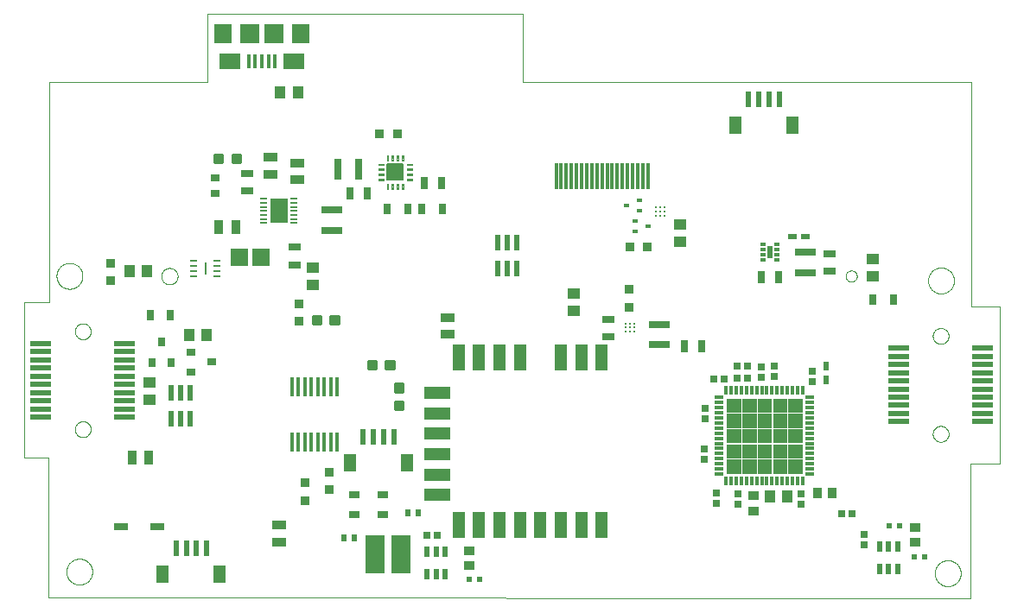
<source format=gtp>
G75*
%MOIN*%
%OFA0B0*%
%FSLAX25Y25*%
%IPPOS*%
%LPD*%
%AMOC8*
5,1,8,0,0,1.08239X$1,22.5*
%
%ADD10C,0.00000*%
%ADD11R,0.05700X0.03800*%
%ADD12R,0.03800X0.05700*%
%ADD13R,0.04900X0.02800*%
%ADD14R,0.06800X0.06600*%
%ADD15R,0.04724X0.03959*%
%ADD16R,0.02756X0.00866*%
%ADD17R,0.07087X0.09449*%
%ADD18R,0.01600X0.07500*%
%ADD19R,0.03600X0.03800*%
%ADD20R,0.01575X0.05315*%
%ADD21R,0.07480X0.07480*%
%ADD22R,0.08268X0.06299*%
%ADD23R,0.07087X0.07480*%
%ADD24R,0.03959X0.04724*%
%ADD25C,0.01181*%
%ADD26R,0.02756X0.00984*%
%ADD27R,0.00787X0.04724*%
%ADD28R,0.02300X0.06200*%
%ADD29R,0.01969X0.01181*%
%ADD30R,0.01969X0.04724*%
%ADD31C,0.00378*%
%ADD32C,0.00661*%
%ADD33R,0.02760X0.03940*%
%ADD34R,0.02800X0.04900*%
%ADD35R,0.03150X0.07874*%
%ADD36R,0.07874X0.03150*%
%ADD37R,0.03400X0.02400*%
%ADD38R,0.01181X0.10236*%
%ADD39R,0.03200X0.03000*%
%ADD40R,0.02008X0.01575*%
%ADD41C,0.00906*%
%ADD42R,0.03800X0.03600*%
%ADD43R,0.02400X0.06200*%
%ADD44R,0.03150X0.03543*%
%ADD45R,0.05575X0.02565*%
%ADD46R,0.03543X0.03150*%
%ADD47R,0.04724X0.09843*%
%ADD48R,0.09843X0.04724*%
%ADD49R,0.07500X0.15000*%
%ADD50R,0.02400X0.03400*%
%ADD51R,0.01200X0.03200*%
%ADD52R,0.03200X0.01200*%
%ADD53C,0.00100*%
%ADD54R,0.03600X0.04100*%
%ADD55R,0.02600X0.02600*%
%ADD56R,0.04200X0.03200*%
%ADD57R,0.02800X0.02800*%
%ADD58R,0.07874X0.01969*%
%ADD59R,0.02362X0.06102*%
%ADD60R,0.04724X0.07087*%
%ADD61R,0.03940X0.02760*%
%ADD62R,0.02449X0.04063*%
%ADD63R,0.01969X0.04063*%
%ADD64R,0.02200X0.02400*%
%ADD65R,0.04100X0.03600*%
%ADD66R,0.02400X0.02600*%
D10*
X0010700Y0002800D02*
X0011139Y0002800D01*
X0366500Y0002500D01*
X0366500Y0054500D01*
X0377700Y0054500D01*
X0377700Y0115201D01*
X0366900Y0115201D01*
X0366700Y0201801D01*
X0193900Y0201900D01*
X0193900Y0228100D01*
X0072100Y0228100D01*
X0072100Y0201901D01*
X0011139Y0201901D01*
X0011100Y0120100D01*
X0011100Y0116700D01*
X0001500Y0116700D01*
X0001500Y0057000D01*
X0010700Y0056900D01*
X0010700Y0002800D01*
X0017700Y0012800D02*
X0017702Y0012941D01*
X0017708Y0013082D01*
X0017718Y0013222D01*
X0017732Y0013362D01*
X0017750Y0013502D01*
X0017771Y0013641D01*
X0017797Y0013780D01*
X0017826Y0013918D01*
X0017860Y0014054D01*
X0017897Y0014190D01*
X0017938Y0014325D01*
X0017983Y0014459D01*
X0018032Y0014591D01*
X0018084Y0014722D01*
X0018140Y0014851D01*
X0018200Y0014978D01*
X0018263Y0015104D01*
X0018329Y0015228D01*
X0018400Y0015351D01*
X0018473Y0015471D01*
X0018550Y0015589D01*
X0018630Y0015705D01*
X0018714Y0015818D01*
X0018800Y0015929D01*
X0018890Y0016038D01*
X0018983Y0016144D01*
X0019078Y0016247D01*
X0019177Y0016348D01*
X0019278Y0016446D01*
X0019382Y0016541D01*
X0019489Y0016633D01*
X0019598Y0016722D01*
X0019710Y0016807D01*
X0019824Y0016890D01*
X0019940Y0016970D01*
X0020059Y0017046D01*
X0020180Y0017118D01*
X0020302Y0017188D01*
X0020427Y0017253D01*
X0020553Y0017316D01*
X0020681Y0017374D01*
X0020811Y0017429D01*
X0020942Y0017481D01*
X0021075Y0017528D01*
X0021209Y0017572D01*
X0021344Y0017613D01*
X0021480Y0017649D01*
X0021617Y0017681D01*
X0021755Y0017710D01*
X0021893Y0017735D01*
X0022033Y0017755D01*
X0022173Y0017772D01*
X0022313Y0017785D01*
X0022454Y0017794D01*
X0022594Y0017799D01*
X0022735Y0017800D01*
X0022876Y0017797D01*
X0023017Y0017790D01*
X0023157Y0017779D01*
X0023297Y0017764D01*
X0023437Y0017745D01*
X0023576Y0017723D01*
X0023714Y0017696D01*
X0023852Y0017666D01*
X0023988Y0017631D01*
X0024124Y0017593D01*
X0024258Y0017551D01*
X0024392Y0017505D01*
X0024524Y0017456D01*
X0024654Y0017402D01*
X0024783Y0017345D01*
X0024910Y0017285D01*
X0025036Y0017221D01*
X0025159Y0017153D01*
X0025281Y0017082D01*
X0025401Y0017008D01*
X0025518Y0016930D01*
X0025633Y0016849D01*
X0025746Y0016765D01*
X0025857Y0016678D01*
X0025965Y0016587D01*
X0026070Y0016494D01*
X0026173Y0016397D01*
X0026273Y0016298D01*
X0026370Y0016196D01*
X0026464Y0016091D01*
X0026555Y0015984D01*
X0026643Y0015874D01*
X0026728Y0015762D01*
X0026810Y0015647D01*
X0026889Y0015530D01*
X0026964Y0015411D01*
X0027036Y0015290D01*
X0027104Y0015167D01*
X0027169Y0015042D01*
X0027231Y0014915D01*
X0027288Y0014786D01*
X0027343Y0014656D01*
X0027393Y0014525D01*
X0027440Y0014392D01*
X0027483Y0014258D01*
X0027522Y0014122D01*
X0027557Y0013986D01*
X0027589Y0013849D01*
X0027616Y0013711D01*
X0027640Y0013572D01*
X0027660Y0013432D01*
X0027676Y0013292D01*
X0027688Y0013152D01*
X0027696Y0013011D01*
X0027700Y0012870D01*
X0027700Y0012730D01*
X0027696Y0012589D01*
X0027688Y0012448D01*
X0027676Y0012308D01*
X0027660Y0012168D01*
X0027640Y0012028D01*
X0027616Y0011889D01*
X0027589Y0011751D01*
X0027557Y0011614D01*
X0027522Y0011478D01*
X0027483Y0011342D01*
X0027440Y0011208D01*
X0027393Y0011075D01*
X0027343Y0010944D01*
X0027288Y0010814D01*
X0027231Y0010685D01*
X0027169Y0010558D01*
X0027104Y0010433D01*
X0027036Y0010310D01*
X0026964Y0010189D01*
X0026889Y0010070D01*
X0026810Y0009953D01*
X0026728Y0009838D01*
X0026643Y0009726D01*
X0026555Y0009616D01*
X0026464Y0009509D01*
X0026370Y0009404D01*
X0026273Y0009302D01*
X0026173Y0009203D01*
X0026070Y0009106D01*
X0025965Y0009013D01*
X0025857Y0008922D01*
X0025746Y0008835D01*
X0025633Y0008751D01*
X0025518Y0008670D01*
X0025401Y0008592D01*
X0025281Y0008518D01*
X0025159Y0008447D01*
X0025036Y0008379D01*
X0024910Y0008315D01*
X0024783Y0008255D01*
X0024654Y0008198D01*
X0024524Y0008144D01*
X0024392Y0008095D01*
X0024258Y0008049D01*
X0024124Y0008007D01*
X0023988Y0007969D01*
X0023852Y0007934D01*
X0023714Y0007904D01*
X0023576Y0007877D01*
X0023437Y0007855D01*
X0023297Y0007836D01*
X0023157Y0007821D01*
X0023017Y0007810D01*
X0022876Y0007803D01*
X0022735Y0007800D01*
X0022594Y0007801D01*
X0022454Y0007806D01*
X0022313Y0007815D01*
X0022173Y0007828D01*
X0022033Y0007845D01*
X0021893Y0007865D01*
X0021755Y0007890D01*
X0021617Y0007919D01*
X0021480Y0007951D01*
X0021344Y0007987D01*
X0021209Y0008028D01*
X0021075Y0008072D01*
X0020942Y0008119D01*
X0020811Y0008171D01*
X0020681Y0008226D01*
X0020553Y0008284D01*
X0020427Y0008347D01*
X0020302Y0008412D01*
X0020180Y0008482D01*
X0020059Y0008554D01*
X0019940Y0008630D01*
X0019824Y0008710D01*
X0019710Y0008793D01*
X0019598Y0008878D01*
X0019489Y0008967D01*
X0019382Y0009059D01*
X0019278Y0009154D01*
X0019177Y0009252D01*
X0019078Y0009353D01*
X0018983Y0009456D01*
X0018890Y0009562D01*
X0018800Y0009671D01*
X0018714Y0009782D01*
X0018630Y0009895D01*
X0018550Y0010011D01*
X0018473Y0010129D01*
X0018400Y0010249D01*
X0018329Y0010372D01*
X0018263Y0010496D01*
X0018200Y0010622D01*
X0018140Y0010749D01*
X0018084Y0010878D01*
X0018032Y0011009D01*
X0017983Y0011141D01*
X0017938Y0011275D01*
X0017897Y0011410D01*
X0017860Y0011546D01*
X0017826Y0011682D01*
X0017797Y0011820D01*
X0017771Y0011959D01*
X0017750Y0012098D01*
X0017732Y0012238D01*
X0017718Y0012378D01*
X0017708Y0012518D01*
X0017702Y0012659D01*
X0017700Y0012800D01*
X0020991Y0067802D02*
X0020993Y0067912D01*
X0020999Y0068022D01*
X0021009Y0068132D01*
X0021023Y0068241D01*
X0021041Y0068350D01*
X0021062Y0068458D01*
X0021088Y0068565D01*
X0021117Y0068671D01*
X0021151Y0068776D01*
X0021188Y0068880D01*
X0021229Y0068982D01*
X0021273Y0069083D01*
X0021321Y0069182D01*
X0021373Y0069280D01*
X0021428Y0069375D01*
X0021486Y0069468D01*
X0021548Y0069559D01*
X0021613Y0069648D01*
X0021681Y0069735D01*
X0021753Y0069819D01*
X0021827Y0069900D01*
X0021904Y0069979D01*
X0021984Y0070055D01*
X0022067Y0070127D01*
X0022152Y0070197D01*
X0022240Y0070264D01*
X0022330Y0070327D01*
X0022422Y0070387D01*
X0022516Y0070444D01*
X0022613Y0070498D01*
X0022711Y0070547D01*
X0022811Y0070594D01*
X0022913Y0070636D01*
X0023016Y0070675D01*
X0023120Y0070710D01*
X0023226Y0070742D01*
X0023332Y0070769D01*
X0023440Y0070793D01*
X0023548Y0070813D01*
X0023657Y0070829D01*
X0023767Y0070841D01*
X0023877Y0070849D01*
X0023987Y0070853D01*
X0024097Y0070853D01*
X0024207Y0070849D01*
X0024317Y0070841D01*
X0024427Y0070829D01*
X0024536Y0070813D01*
X0024644Y0070793D01*
X0024752Y0070769D01*
X0024858Y0070742D01*
X0024964Y0070710D01*
X0025068Y0070675D01*
X0025171Y0070636D01*
X0025273Y0070594D01*
X0025373Y0070547D01*
X0025471Y0070498D01*
X0025567Y0070444D01*
X0025662Y0070387D01*
X0025754Y0070327D01*
X0025844Y0070264D01*
X0025932Y0070197D01*
X0026017Y0070127D01*
X0026100Y0070055D01*
X0026180Y0069979D01*
X0026257Y0069900D01*
X0026331Y0069819D01*
X0026403Y0069735D01*
X0026471Y0069648D01*
X0026536Y0069559D01*
X0026598Y0069468D01*
X0026656Y0069375D01*
X0026711Y0069280D01*
X0026763Y0069182D01*
X0026811Y0069083D01*
X0026855Y0068982D01*
X0026896Y0068880D01*
X0026933Y0068776D01*
X0026967Y0068671D01*
X0026996Y0068565D01*
X0027022Y0068458D01*
X0027043Y0068350D01*
X0027061Y0068241D01*
X0027075Y0068132D01*
X0027085Y0068022D01*
X0027091Y0067912D01*
X0027093Y0067802D01*
X0027091Y0067692D01*
X0027085Y0067582D01*
X0027075Y0067472D01*
X0027061Y0067363D01*
X0027043Y0067254D01*
X0027022Y0067146D01*
X0026996Y0067039D01*
X0026967Y0066933D01*
X0026933Y0066828D01*
X0026896Y0066724D01*
X0026855Y0066622D01*
X0026811Y0066521D01*
X0026763Y0066422D01*
X0026711Y0066324D01*
X0026656Y0066229D01*
X0026598Y0066136D01*
X0026536Y0066045D01*
X0026471Y0065956D01*
X0026403Y0065869D01*
X0026331Y0065785D01*
X0026257Y0065704D01*
X0026180Y0065625D01*
X0026100Y0065549D01*
X0026017Y0065477D01*
X0025932Y0065407D01*
X0025844Y0065340D01*
X0025754Y0065277D01*
X0025662Y0065217D01*
X0025568Y0065160D01*
X0025471Y0065106D01*
X0025373Y0065057D01*
X0025273Y0065010D01*
X0025171Y0064968D01*
X0025068Y0064929D01*
X0024964Y0064894D01*
X0024858Y0064862D01*
X0024752Y0064835D01*
X0024644Y0064811D01*
X0024536Y0064791D01*
X0024427Y0064775D01*
X0024317Y0064763D01*
X0024207Y0064755D01*
X0024097Y0064751D01*
X0023987Y0064751D01*
X0023877Y0064755D01*
X0023767Y0064763D01*
X0023657Y0064775D01*
X0023548Y0064791D01*
X0023440Y0064811D01*
X0023332Y0064835D01*
X0023226Y0064862D01*
X0023120Y0064894D01*
X0023016Y0064929D01*
X0022913Y0064968D01*
X0022811Y0065010D01*
X0022711Y0065057D01*
X0022613Y0065106D01*
X0022516Y0065160D01*
X0022422Y0065217D01*
X0022330Y0065277D01*
X0022240Y0065340D01*
X0022152Y0065407D01*
X0022067Y0065477D01*
X0021984Y0065549D01*
X0021904Y0065625D01*
X0021827Y0065704D01*
X0021753Y0065785D01*
X0021681Y0065869D01*
X0021613Y0065956D01*
X0021548Y0066045D01*
X0021486Y0066136D01*
X0021428Y0066229D01*
X0021373Y0066324D01*
X0021321Y0066422D01*
X0021273Y0066521D01*
X0021229Y0066622D01*
X0021188Y0066724D01*
X0021151Y0066828D01*
X0021117Y0066933D01*
X0021088Y0067039D01*
X0021062Y0067146D01*
X0021041Y0067254D01*
X0021023Y0067363D01*
X0021009Y0067472D01*
X0020999Y0067582D01*
X0020993Y0067692D01*
X0020991Y0067802D01*
X0020991Y0105598D02*
X0020993Y0105708D01*
X0020999Y0105818D01*
X0021009Y0105928D01*
X0021023Y0106037D01*
X0021041Y0106146D01*
X0021062Y0106254D01*
X0021088Y0106361D01*
X0021117Y0106467D01*
X0021151Y0106572D01*
X0021188Y0106676D01*
X0021229Y0106778D01*
X0021273Y0106879D01*
X0021321Y0106978D01*
X0021373Y0107076D01*
X0021428Y0107171D01*
X0021486Y0107264D01*
X0021548Y0107355D01*
X0021613Y0107444D01*
X0021681Y0107531D01*
X0021753Y0107615D01*
X0021827Y0107696D01*
X0021904Y0107775D01*
X0021984Y0107851D01*
X0022067Y0107923D01*
X0022152Y0107993D01*
X0022240Y0108060D01*
X0022330Y0108123D01*
X0022422Y0108183D01*
X0022516Y0108240D01*
X0022613Y0108294D01*
X0022711Y0108343D01*
X0022811Y0108390D01*
X0022913Y0108432D01*
X0023016Y0108471D01*
X0023120Y0108506D01*
X0023226Y0108538D01*
X0023332Y0108565D01*
X0023440Y0108589D01*
X0023548Y0108609D01*
X0023657Y0108625D01*
X0023767Y0108637D01*
X0023877Y0108645D01*
X0023987Y0108649D01*
X0024097Y0108649D01*
X0024207Y0108645D01*
X0024317Y0108637D01*
X0024427Y0108625D01*
X0024536Y0108609D01*
X0024644Y0108589D01*
X0024752Y0108565D01*
X0024858Y0108538D01*
X0024964Y0108506D01*
X0025068Y0108471D01*
X0025171Y0108432D01*
X0025273Y0108390D01*
X0025373Y0108343D01*
X0025471Y0108294D01*
X0025567Y0108240D01*
X0025662Y0108183D01*
X0025754Y0108123D01*
X0025844Y0108060D01*
X0025932Y0107993D01*
X0026017Y0107923D01*
X0026100Y0107851D01*
X0026180Y0107775D01*
X0026257Y0107696D01*
X0026331Y0107615D01*
X0026403Y0107531D01*
X0026471Y0107444D01*
X0026536Y0107355D01*
X0026598Y0107264D01*
X0026656Y0107171D01*
X0026711Y0107076D01*
X0026763Y0106978D01*
X0026811Y0106879D01*
X0026855Y0106778D01*
X0026896Y0106676D01*
X0026933Y0106572D01*
X0026967Y0106467D01*
X0026996Y0106361D01*
X0027022Y0106254D01*
X0027043Y0106146D01*
X0027061Y0106037D01*
X0027075Y0105928D01*
X0027085Y0105818D01*
X0027091Y0105708D01*
X0027093Y0105598D01*
X0027091Y0105488D01*
X0027085Y0105378D01*
X0027075Y0105268D01*
X0027061Y0105159D01*
X0027043Y0105050D01*
X0027022Y0104942D01*
X0026996Y0104835D01*
X0026967Y0104729D01*
X0026933Y0104624D01*
X0026896Y0104520D01*
X0026855Y0104418D01*
X0026811Y0104317D01*
X0026763Y0104218D01*
X0026711Y0104120D01*
X0026656Y0104025D01*
X0026598Y0103932D01*
X0026536Y0103841D01*
X0026471Y0103752D01*
X0026403Y0103665D01*
X0026331Y0103581D01*
X0026257Y0103500D01*
X0026180Y0103421D01*
X0026100Y0103345D01*
X0026017Y0103273D01*
X0025932Y0103203D01*
X0025844Y0103136D01*
X0025754Y0103073D01*
X0025662Y0103013D01*
X0025568Y0102956D01*
X0025471Y0102902D01*
X0025373Y0102853D01*
X0025273Y0102806D01*
X0025171Y0102764D01*
X0025068Y0102725D01*
X0024964Y0102690D01*
X0024858Y0102658D01*
X0024752Y0102631D01*
X0024644Y0102607D01*
X0024536Y0102587D01*
X0024427Y0102571D01*
X0024317Y0102559D01*
X0024207Y0102551D01*
X0024097Y0102547D01*
X0023987Y0102547D01*
X0023877Y0102551D01*
X0023767Y0102559D01*
X0023657Y0102571D01*
X0023548Y0102587D01*
X0023440Y0102607D01*
X0023332Y0102631D01*
X0023226Y0102658D01*
X0023120Y0102690D01*
X0023016Y0102725D01*
X0022913Y0102764D01*
X0022811Y0102806D01*
X0022711Y0102853D01*
X0022613Y0102902D01*
X0022516Y0102956D01*
X0022422Y0103013D01*
X0022330Y0103073D01*
X0022240Y0103136D01*
X0022152Y0103203D01*
X0022067Y0103273D01*
X0021984Y0103345D01*
X0021904Y0103421D01*
X0021827Y0103500D01*
X0021753Y0103581D01*
X0021681Y0103665D01*
X0021613Y0103752D01*
X0021548Y0103841D01*
X0021486Y0103932D01*
X0021428Y0104025D01*
X0021373Y0104120D01*
X0021321Y0104218D01*
X0021273Y0104317D01*
X0021229Y0104418D01*
X0021188Y0104520D01*
X0021151Y0104624D01*
X0021117Y0104729D01*
X0021088Y0104835D01*
X0021062Y0104942D01*
X0021041Y0105050D01*
X0021023Y0105159D01*
X0021009Y0105268D01*
X0020999Y0105378D01*
X0020993Y0105488D01*
X0020991Y0105598D01*
X0013900Y0127000D02*
X0013902Y0127141D01*
X0013908Y0127282D01*
X0013918Y0127422D01*
X0013932Y0127562D01*
X0013950Y0127702D01*
X0013971Y0127841D01*
X0013997Y0127980D01*
X0014026Y0128118D01*
X0014060Y0128254D01*
X0014097Y0128390D01*
X0014138Y0128525D01*
X0014183Y0128659D01*
X0014232Y0128791D01*
X0014284Y0128922D01*
X0014340Y0129051D01*
X0014400Y0129178D01*
X0014463Y0129304D01*
X0014529Y0129428D01*
X0014600Y0129551D01*
X0014673Y0129671D01*
X0014750Y0129789D01*
X0014830Y0129905D01*
X0014914Y0130018D01*
X0015000Y0130129D01*
X0015090Y0130238D01*
X0015183Y0130344D01*
X0015278Y0130447D01*
X0015377Y0130548D01*
X0015478Y0130646D01*
X0015582Y0130741D01*
X0015689Y0130833D01*
X0015798Y0130922D01*
X0015910Y0131007D01*
X0016024Y0131090D01*
X0016140Y0131170D01*
X0016259Y0131246D01*
X0016380Y0131318D01*
X0016502Y0131388D01*
X0016627Y0131453D01*
X0016753Y0131516D01*
X0016881Y0131574D01*
X0017011Y0131629D01*
X0017142Y0131681D01*
X0017275Y0131728D01*
X0017409Y0131772D01*
X0017544Y0131813D01*
X0017680Y0131849D01*
X0017817Y0131881D01*
X0017955Y0131910D01*
X0018093Y0131935D01*
X0018233Y0131955D01*
X0018373Y0131972D01*
X0018513Y0131985D01*
X0018654Y0131994D01*
X0018794Y0131999D01*
X0018935Y0132000D01*
X0019076Y0131997D01*
X0019217Y0131990D01*
X0019357Y0131979D01*
X0019497Y0131964D01*
X0019637Y0131945D01*
X0019776Y0131923D01*
X0019914Y0131896D01*
X0020052Y0131866D01*
X0020188Y0131831D01*
X0020324Y0131793D01*
X0020458Y0131751D01*
X0020592Y0131705D01*
X0020724Y0131656D01*
X0020854Y0131602D01*
X0020983Y0131545D01*
X0021110Y0131485D01*
X0021236Y0131421D01*
X0021359Y0131353D01*
X0021481Y0131282D01*
X0021601Y0131208D01*
X0021718Y0131130D01*
X0021833Y0131049D01*
X0021946Y0130965D01*
X0022057Y0130878D01*
X0022165Y0130787D01*
X0022270Y0130694D01*
X0022373Y0130597D01*
X0022473Y0130498D01*
X0022570Y0130396D01*
X0022664Y0130291D01*
X0022755Y0130184D01*
X0022843Y0130074D01*
X0022928Y0129962D01*
X0023010Y0129847D01*
X0023089Y0129730D01*
X0023164Y0129611D01*
X0023236Y0129490D01*
X0023304Y0129367D01*
X0023369Y0129242D01*
X0023431Y0129115D01*
X0023488Y0128986D01*
X0023543Y0128856D01*
X0023593Y0128725D01*
X0023640Y0128592D01*
X0023683Y0128458D01*
X0023722Y0128322D01*
X0023757Y0128186D01*
X0023789Y0128049D01*
X0023816Y0127911D01*
X0023840Y0127772D01*
X0023860Y0127632D01*
X0023876Y0127492D01*
X0023888Y0127352D01*
X0023896Y0127211D01*
X0023900Y0127070D01*
X0023900Y0126930D01*
X0023896Y0126789D01*
X0023888Y0126648D01*
X0023876Y0126508D01*
X0023860Y0126368D01*
X0023840Y0126228D01*
X0023816Y0126089D01*
X0023789Y0125951D01*
X0023757Y0125814D01*
X0023722Y0125678D01*
X0023683Y0125542D01*
X0023640Y0125408D01*
X0023593Y0125275D01*
X0023543Y0125144D01*
X0023488Y0125014D01*
X0023431Y0124885D01*
X0023369Y0124758D01*
X0023304Y0124633D01*
X0023236Y0124510D01*
X0023164Y0124389D01*
X0023089Y0124270D01*
X0023010Y0124153D01*
X0022928Y0124038D01*
X0022843Y0123926D01*
X0022755Y0123816D01*
X0022664Y0123709D01*
X0022570Y0123604D01*
X0022473Y0123502D01*
X0022373Y0123403D01*
X0022270Y0123306D01*
X0022165Y0123213D01*
X0022057Y0123122D01*
X0021946Y0123035D01*
X0021833Y0122951D01*
X0021718Y0122870D01*
X0021601Y0122792D01*
X0021481Y0122718D01*
X0021359Y0122647D01*
X0021236Y0122579D01*
X0021110Y0122515D01*
X0020983Y0122455D01*
X0020854Y0122398D01*
X0020724Y0122344D01*
X0020592Y0122295D01*
X0020458Y0122249D01*
X0020324Y0122207D01*
X0020188Y0122169D01*
X0020052Y0122134D01*
X0019914Y0122104D01*
X0019776Y0122077D01*
X0019637Y0122055D01*
X0019497Y0122036D01*
X0019357Y0122021D01*
X0019217Y0122010D01*
X0019076Y0122003D01*
X0018935Y0122000D01*
X0018794Y0122001D01*
X0018654Y0122006D01*
X0018513Y0122015D01*
X0018373Y0122028D01*
X0018233Y0122045D01*
X0018093Y0122065D01*
X0017955Y0122090D01*
X0017817Y0122119D01*
X0017680Y0122151D01*
X0017544Y0122187D01*
X0017409Y0122228D01*
X0017275Y0122272D01*
X0017142Y0122319D01*
X0017011Y0122371D01*
X0016881Y0122426D01*
X0016753Y0122484D01*
X0016627Y0122547D01*
X0016502Y0122612D01*
X0016380Y0122682D01*
X0016259Y0122754D01*
X0016140Y0122830D01*
X0016024Y0122910D01*
X0015910Y0122993D01*
X0015798Y0123078D01*
X0015689Y0123167D01*
X0015582Y0123259D01*
X0015478Y0123354D01*
X0015377Y0123452D01*
X0015278Y0123553D01*
X0015183Y0123656D01*
X0015090Y0123762D01*
X0015000Y0123871D01*
X0014914Y0123982D01*
X0014830Y0124095D01*
X0014750Y0124211D01*
X0014673Y0124329D01*
X0014600Y0124449D01*
X0014529Y0124572D01*
X0014463Y0124696D01*
X0014400Y0124822D01*
X0014340Y0124949D01*
X0014284Y0125078D01*
X0014232Y0125209D01*
X0014183Y0125341D01*
X0014138Y0125475D01*
X0014097Y0125610D01*
X0014060Y0125746D01*
X0014026Y0125882D01*
X0013997Y0126020D01*
X0013971Y0126159D01*
X0013950Y0126298D01*
X0013932Y0126438D01*
X0013918Y0126578D01*
X0013908Y0126718D01*
X0013902Y0126859D01*
X0013900Y0127000D01*
X0054324Y0126900D02*
X0054326Y0127012D01*
X0054332Y0127123D01*
X0054342Y0127235D01*
X0054356Y0127346D01*
X0054373Y0127456D01*
X0054395Y0127566D01*
X0054421Y0127674D01*
X0054450Y0127782D01*
X0054483Y0127889D01*
X0054520Y0127995D01*
X0054561Y0128099D01*
X0054605Y0128201D01*
X0054653Y0128302D01*
X0054705Y0128401D01*
X0054760Y0128499D01*
X0054818Y0128594D01*
X0054880Y0128687D01*
X0054945Y0128778D01*
X0055014Y0128866D01*
X0055085Y0128953D01*
X0055159Y0129036D01*
X0055236Y0129117D01*
X0055317Y0129195D01*
X0055399Y0129270D01*
X0055485Y0129342D01*
X0055573Y0129411D01*
X0055663Y0129477D01*
X0055756Y0129539D01*
X0055850Y0129599D01*
X0055947Y0129655D01*
X0056046Y0129707D01*
X0056146Y0129756D01*
X0056249Y0129801D01*
X0056352Y0129843D01*
X0056457Y0129881D01*
X0056564Y0129915D01*
X0056671Y0129945D01*
X0056780Y0129972D01*
X0056890Y0129994D01*
X0057000Y0130013D01*
X0057111Y0130028D01*
X0057222Y0130039D01*
X0057333Y0130046D01*
X0057445Y0130049D01*
X0057557Y0130048D01*
X0057668Y0130043D01*
X0057780Y0130034D01*
X0057891Y0130021D01*
X0058001Y0130004D01*
X0058111Y0129984D01*
X0058220Y0129959D01*
X0058328Y0129931D01*
X0058435Y0129898D01*
X0058541Y0129862D01*
X0058646Y0129822D01*
X0058749Y0129779D01*
X0058850Y0129732D01*
X0058950Y0129681D01*
X0059047Y0129627D01*
X0059143Y0129570D01*
X0059237Y0129509D01*
X0059328Y0129444D01*
X0059418Y0129377D01*
X0059504Y0129306D01*
X0059588Y0129233D01*
X0059670Y0129156D01*
X0059749Y0129077D01*
X0059824Y0128995D01*
X0059897Y0128910D01*
X0059967Y0128823D01*
X0060034Y0128733D01*
X0060097Y0128641D01*
X0060157Y0128547D01*
X0060214Y0128450D01*
X0060267Y0128352D01*
X0060317Y0128252D01*
X0060363Y0128150D01*
X0060406Y0128047D01*
X0060445Y0127942D01*
X0060480Y0127836D01*
X0060511Y0127729D01*
X0060539Y0127620D01*
X0060562Y0127511D01*
X0060582Y0127401D01*
X0060598Y0127290D01*
X0060610Y0127179D01*
X0060618Y0127068D01*
X0060622Y0126956D01*
X0060622Y0126844D01*
X0060618Y0126732D01*
X0060610Y0126621D01*
X0060598Y0126510D01*
X0060582Y0126399D01*
X0060562Y0126289D01*
X0060539Y0126180D01*
X0060511Y0126071D01*
X0060480Y0125964D01*
X0060445Y0125858D01*
X0060406Y0125753D01*
X0060363Y0125650D01*
X0060317Y0125548D01*
X0060267Y0125448D01*
X0060214Y0125350D01*
X0060157Y0125253D01*
X0060097Y0125159D01*
X0060034Y0125067D01*
X0059967Y0124977D01*
X0059897Y0124890D01*
X0059824Y0124805D01*
X0059749Y0124723D01*
X0059670Y0124644D01*
X0059588Y0124567D01*
X0059504Y0124494D01*
X0059418Y0124423D01*
X0059328Y0124356D01*
X0059237Y0124291D01*
X0059143Y0124230D01*
X0059048Y0124173D01*
X0058950Y0124119D01*
X0058850Y0124068D01*
X0058749Y0124021D01*
X0058646Y0123978D01*
X0058541Y0123938D01*
X0058435Y0123902D01*
X0058328Y0123869D01*
X0058220Y0123841D01*
X0058111Y0123816D01*
X0058001Y0123796D01*
X0057891Y0123779D01*
X0057780Y0123766D01*
X0057668Y0123757D01*
X0057557Y0123752D01*
X0057445Y0123751D01*
X0057333Y0123754D01*
X0057222Y0123761D01*
X0057111Y0123772D01*
X0057000Y0123787D01*
X0056890Y0123806D01*
X0056780Y0123828D01*
X0056671Y0123855D01*
X0056564Y0123885D01*
X0056457Y0123919D01*
X0056352Y0123957D01*
X0056249Y0123999D01*
X0056146Y0124044D01*
X0056046Y0124093D01*
X0055947Y0124145D01*
X0055850Y0124201D01*
X0055756Y0124261D01*
X0055663Y0124323D01*
X0055573Y0124389D01*
X0055485Y0124458D01*
X0055399Y0124530D01*
X0055317Y0124605D01*
X0055236Y0124683D01*
X0055159Y0124764D01*
X0055085Y0124847D01*
X0055014Y0124934D01*
X0054945Y0125022D01*
X0054880Y0125113D01*
X0054818Y0125206D01*
X0054760Y0125301D01*
X0054705Y0125399D01*
X0054653Y0125498D01*
X0054605Y0125599D01*
X0054561Y0125701D01*
X0054520Y0125805D01*
X0054483Y0125911D01*
X0054450Y0126018D01*
X0054421Y0126126D01*
X0054395Y0126234D01*
X0054373Y0126344D01*
X0054356Y0126454D01*
X0054342Y0126565D01*
X0054332Y0126677D01*
X0054326Y0126788D01*
X0054324Y0126900D01*
X0318300Y0126900D02*
X0318302Y0126993D01*
X0318308Y0127085D01*
X0318318Y0127177D01*
X0318332Y0127268D01*
X0318349Y0127359D01*
X0318371Y0127449D01*
X0318396Y0127538D01*
X0318425Y0127626D01*
X0318458Y0127712D01*
X0318495Y0127797D01*
X0318535Y0127881D01*
X0318579Y0127962D01*
X0318626Y0128042D01*
X0318676Y0128120D01*
X0318730Y0128195D01*
X0318787Y0128268D01*
X0318847Y0128338D01*
X0318910Y0128406D01*
X0318976Y0128471D01*
X0319044Y0128533D01*
X0319115Y0128593D01*
X0319189Y0128649D01*
X0319265Y0128702D01*
X0319343Y0128751D01*
X0319423Y0128798D01*
X0319505Y0128840D01*
X0319589Y0128880D01*
X0319674Y0128915D01*
X0319761Y0128947D01*
X0319849Y0128976D01*
X0319938Y0129000D01*
X0320028Y0129021D01*
X0320119Y0129037D01*
X0320211Y0129050D01*
X0320303Y0129059D01*
X0320396Y0129064D01*
X0320488Y0129065D01*
X0320581Y0129062D01*
X0320673Y0129055D01*
X0320765Y0129044D01*
X0320856Y0129029D01*
X0320947Y0129011D01*
X0321037Y0128988D01*
X0321125Y0128962D01*
X0321213Y0128932D01*
X0321299Y0128898D01*
X0321383Y0128861D01*
X0321466Y0128819D01*
X0321547Y0128775D01*
X0321627Y0128727D01*
X0321704Y0128676D01*
X0321778Y0128621D01*
X0321851Y0128563D01*
X0321921Y0128503D01*
X0321988Y0128439D01*
X0322052Y0128373D01*
X0322114Y0128303D01*
X0322172Y0128232D01*
X0322227Y0128158D01*
X0322279Y0128081D01*
X0322328Y0128002D01*
X0322374Y0127922D01*
X0322416Y0127839D01*
X0322454Y0127755D01*
X0322489Y0127669D01*
X0322520Y0127582D01*
X0322547Y0127494D01*
X0322570Y0127404D01*
X0322590Y0127314D01*
X0322606Y0127223D01*
X0322618Y0127131D01*
X0322626Y0127039D01*
X0322630Y0126946D01*
X0322630Y0126854D01*
X0322626Y0126761D01*
X0322618Y0126669D01*
X0322606Y0126577D01*
X0322590Y0126486D01*
X0322570Y0126396D01*
X0322547Y0126306D01*
X0322520Y0126218D01*
X0322489Y0126131D01*
X0322454Y0126045D01*
X0322416Y0125961D01*
X0322374Y0125878D01*
X0322328Y0125798D01*
X0322279Y0125719D01*
X0322227Y0125642D01*
X0322172Y0125568D01*
X0322114Y0125497D01*
X0322052Y0125427D01*
X0321988Y0125361D01*
X0321921Y0125297D01*
X0321851Y0125237D01*
X0321778Y0125179D01*
X0321704Y0125124D01*
X0321627Y0125073D01*
X0321548Y0125025D01*
X0321466Y0124981D01*
X0321383Y0124939D01*
X0321299Y0124902D01*
X0321213Y0124868D01*
X0321125Y0124838D01*
X0321037Y0124812D01*
X0320947Y0124789D01*
X0320856Y0124771D01*
X0320765Y0124756D01*
X0320673Y0124745D01*
X0320581Y0124738D01*
X0320488Y0124735D01*
X0320396Y0124736D01*
X0320303Y0124741D01*
X0320211Y0124750D01*
X0320119Y0124763D01*
X0320028Y0124779D01*
X0319938Y0124800D01*
X0319849Y0124824D01*
X0319761Y0124853D01*
X0319674Y0124885D01*
X0319589Y0124920D01*
X0319505Y0124960D01*
X0319423Y0125002D01*
X0319343Y0125049D01*
X0319265Y0125098D01*
X0319189Y0125151D01*
X0319115Y0125207D01*
X0319044Y0125267D01*
X0318976Y0125329D01*
X0318910Y0125394D01*
X0318847Y0125462D01*
X0318787Y0125532D01*
X0318730Y0125605D01*
X0318676Y0125680D01*
X0318626Y0125758D01*
X0318579Y0125838D01*
X0318535Y0125919D01*
X0318495Y0126003D01*
X0318458Y0126088D01*
X0318425Y0126174D01*
X0318396Y0126262D01*
X0318371Y0126351D01*
X0318349Y0126441D01*
X0318332Y0126532D01*
X0318318Y0126623D01*
X0318308Y0126715D01*
X0318302Y0126807D01*
X0318300Y0126900D01*
X0350100Y0125200D02*
X0350102Y0125341D01*
X0350108Y0125482D01*
X0350118Y0125622D01*
X0350132Y0125762D01*
X0350150Y0125902D01*
X0350171Y0126041D01*
X0350197Y0126180D01*
X0350226Y0126318D01*
X0350260Y0126454D01*
X0350297Y0126590D01*
X0350338Y0126725D01*
X0350383Y0126859D01*
X0350432Y0126991D01*
X0350484Y0127122D01*
X0350540Y0127251D01*
X0350600Y0127378D01*
X0350663Y0127504D01*
X0350729Y0127628D01*
X0350800Y0127751D01*
X0350873Y0127871D01*
X0350950Y0127989D01*
X0351030Y0128105D01*
X0351114Y0128218D01*
X0351200Y0128329D01*
X0351290Y0128438D01*
X0351383Y0128544D01*
X0351478Y0128647D01*
X0351577Y0128748D01*
X0351678Y0128846D01*
X0351782Y0128941D01*
X0351889Y0129033D01*
X0351998Y0129122D01*
X0352110Y0129207D01*
X0352224Y0129290D01*
X0352340Y0129370D01*
X0352459Y0129446D01*
X0352580Y0129518D01*
X0352702Y0129588D01*
X0352827Y0129653D01*
X0352953Y0129716D01*
X0353081Y0129774D01*
X0353211Y0129829D01*
X0353342Y0129881D01*
X0353475Y0129928D01*
X0353609Y0129972D01*
X0353744Y0130013D01*
X0353880Y0130049D01*
X0354017Y0130081D01*
X0354155Y0130110D01*
X0354293Y0130135D01*
X0354433Y0130155D01*
X0354573Y0130172D01*
X0354713Y0130185D01*
X0354854Y0130194D01*
X0354994Y0130199D01*
X0355135Y0130200D01*
X0355276Y0130197D01*
X0355417Y0130190D01*
X0355557Y0130179D01*
X0355697Y0130164D01*
X0355837Y0130145D01*
X0355976Y0130123D01*
X0356114Y0130096D01*
X0356252Y0130066D01*
X0356388Y0130031D01*
X0356524Y0129993D01*
X0356658Y0129951D01*
X0356792Y0129905D01*
X0356924Y0129856D01*
X0357054Y0129802D01*
X0357183Y0129745D01*
X0357310Y0129685D01*
X0357436Y0129621D01*
X0357559Y0129553D01*
X0357681Y0129482D01*
X0357801Y0129408D01*
X0357918Y0129330D01*
X0358033Y0129249D01*
X0358146Y0129165D01*
X0358257Y0129078D01*
X0358365Y0128987D01*
X0358470Y0128894D01*
X0358573Y0128797D01*
X0358673Y0128698D01*
X0358770Y0128596D01*
X0358864Y0128491D01*
X0358955Y0128384D01*
X0359043Y0128274D01*
X0359128Y0128162D01*
X0359210Y0128047D01*
X0359289Y0127930D01*
X0359364Y0127811D01*
X0359436Y0127690D01*
X0359504Y0127567D01*
X0359569Y0127442D01*
X0359631Y0127315D01*
X0359688Y0127186D01*
X0359743Y0127056D01*
X0359793Y0126925D01*
X0359840Y0126792D01*
X0359883Y0126658D01*
X0359922Y0126522D01*
X0359957Y0126386D01*
X0359989Y0126249D01*
X0360016Y0126111D01*
X0360040Y0125972D01*
X0360060Y0125832D01*
X0360076Y0125692D01*
X0360088Y0125552D01*
X0360096Y0125411D01*
X0360100Y0125270D01*
X0360100Y0125130D01*
X0360096Y0124989D01*
X0360088Y0124848D01*
X0360076Y0124708D01*
X0360060Y0124568D01*
X0360040Y0124428D01*
X0360016Y0124289D01*
X0359989Y0124151D01*
X0359957Y0124014D01*
X0359922Y0123878D01*
X0359883Y0123742D01*
X0359840Y0123608D01*
X0359793Y0123475D01*
X0359743Y0123344D01*
X0359688Y0123214D01*
X0359631Y0123085D01*
X0359569Y0122958D01*
X0359504Y0122833D01*
X0359436Y0122710D01*
X0359364Y0122589D01*
X0359289Y0122470D01*
X0359210Y0122353D01*
X0359128Y0122238D01*
X0359043Y0122126D01*
X0358955Y0122016D01*
X0358864Y0121909D01*
X0358770Y0121804D01*
X0358673Y0121702D01*
X0358573Y0121603D01*
X0358470Y0121506D01*
X0358365Y0121413D01*
X0358257Y0121322D01*
X0358146Y0121235D01*
X0358033Y0121151D01*
X0357918Y0121070D01*
X0357801Y0120992D01*
X0357681Y0120918D01*
X0357559Y0120847D01*
X0357436Y0120779D01*
X0357310Y0120715D01*
X0357183Y0120655D01*
X0357054Y0120598D01*
X0356924Y0120544D01*
X0356792Y0120495D01*
X0356658Y0120449D01*
X0356524Y0120407D01*
X0356388Y0120369D01*
X0356252Y0120334D01*
X0356114Y0120304D01*
X0355976Y0120277D01*
X0355837Y0120255D01*
X0355697Y0120236D01*
X0355557Y0120221D01*
X0355417Y0120210D01*
X0355276Y0120203D01*
X0355135Y0120200D01*
X0354994Y0120201D01*
X0354854Y0120206D01*
X0354713Y0120215D01*
X0354573Y0120228D01*
X0354433Y0120245D01*
X0354293Y0120265D01*
X0354155Y0120290D01*
X0354017Y0120319D01*
X0353880Y0120351D01*
X0353744Y0120387D01*
X0353609Y0120428D01*
X0353475Y0120472D01*
X0353342Y0120519D01*
X0353211Y0120571D01*
X0353081Y0120626D01*
X0352953Y0120684D01*
X0352827Y0120747D01*
X0352702Y0120812D01*
X0352580Y0120882D01*
X0352459Y0120954D01*
X0352340Y0121030D01*
X0352224Y0121110D01*
X0352110Y0121193D01*
X0351998Y0121278D01*
X0351889Y0121367D01*
X0351782Y0121459D01*
X0351678Y0121554D01*
X0351577Y0121652D01*
X0351478Y0121753D01*
X0351383Y0121856D01*
X0351290Y0121962D01*
X0351200Y0122071D01*
X0351114Y0122182D01*
X0351030Y0122295D01*
X0350950Y0122411D01*
X0350873Y0122529D01*
X0350800Y0122649D01*
X0350729Y0122772D01*
X0350663Y0122896D01*
X0350600Y0123022D01*
X0350540Y0123149D01*
X0350484Y0123278D01*
X0350432Y0123409D01*
X0350383Y0123541D01*
X0350338Y0123675D01*
X0350297Y0123810D01*
X0350260Y0123946D01*
X0350226Y0124082D01*
X0350197Y0124220D01*
X0350171Y0124359D01*
X0350150Y0124498D01*
X0350132Y0124638D01*
X0350118Y0124778D01*
X0350108Y0124918D01*
X0350102Y0125059D01*
X0350100Y0125200D01*
X0351907Y0103798D02*
X0351909Y0103908D01*
X0351915Y0104018D01*
X0351925Y0104128D01*
X0351939Y0104237D01*
X0351957Y0104346D01*
X0351978Y0104454D01*
X0352004Y0104561D01*
X0352033Y0104667D01*
X0352067Y0104772D01*
X0352104Y0104876D01*
X0352145Y0104978D01*
X0352189Y0105079D01*
X0352237Y0105178D01*
X0352289Y0105276D01*
X0352344Y0105371D01*
X0352402Y0105464D01*
X0352464Y0105555D01*
X0352529Y0105644D01*
X0352597Y0105731D01*
X0352669Y0105815D01*
X0352743Y0105896D01*
X0352820Y0105975D01*
X0352900Y0106051D01*
X0352983Y0106123D01*
X0353068Y0106193D01*
X0353156Y0106260D01*
X0353246Y0106323D01*
X0353338Y0106383D01*
X0353432Y0106440D01*
X0353529Y0106494D01*
X0353627Y0106543D01*
X0353727Y0106590D01*
X0353829Y0106632D01*
X0353932Y0106671D01*
X0354036Y0106706D01*
X0354142Y0106738D01*
X0354248Y0106765D01*
X0354356Y0106789D01*
X0354464Y0106809D01*
X0354573Y0106825D01*
X0354683Y0106837D01*
X0354793Y0106845D01*
X0354903Y0106849D01*
X0355013Y0106849D01*
X0355123Y0106845D01*
X0355233Y0106837D01*
X0355343Y0106825D01*
X0355452Y0106809D01*
X0355560Y0106789D01*
X0355668Y0106765D01*
X0355774Y0106738D01*
X0355880Y0106706D01*
X0355984Y0106671D01*
X0356087Y0106632D01*
X0356189Y0106590D01*
X0356289Y0106543D01*
X0356387Y0106494D01*
X0356483Y0106440D01*
X0356578Y0106383D01*
X0356670Y0106323D01*
X0356760Y0106260D01*
X0356848Y0106193D01*
X0356933Y0106123D01*
X0357016Y0106051D01*
X0357096Y0105975D01*
X0357173Y0105896D01*
X0357247Y0105815D01*
X0357319Y0105731D01*
X0357387Y0105644D01*
X0357452Y0105555D01*
X0357514Y0105464D01*
X0357572Y0105371D01*
X0357627Y0105276D01*
X0357679Y0105178D01*
X0357727Y0105079D01*
X0357771Y0104978D01*
X0357812Y0104876D01*
X0357849Y0104772D01*
X0357883Y0104667D01*
X0357912Y0104561D01*
X0357938Y0104454D01*
X0357959Y0104346D01*
X0357977Y0104237D01*
X0357991Y0104128D01*
X0358001Y0104018D01*
X0358007Y0103908D01*
X0358009Y0103798D01*
X0358007Y0103688D01*
X0358001Y0103578D01*
X0357991Y0103468D01*
X0357977Y0103359D01*
X0357959Y0103250D01*
X0357938Y0103142D01*
X0357912Y0103035D01*
X0357883Y0102929D01*
X0357849Y0102824D01*
X0357812Y0102720D01*
X0357771Y0102618D01*
X0357727Y0102517D01*
X0357679Y0102418D01*
X0357627Y0102320D01*
X0357572Y0102225D01*
X0357514Y0102132D01*
X0357452Y0102041D01*
X0357387Y0101952D01*
X0357319Y0101865D01*
X0357247Y0101781D01*
X0357173Y0101700D01*
X0357096Y0101621D01*
X0357016Y0101545D01*
X0356933Y0101473D01*
X0356848Y0101403D01*
X0356760Y0101336D01*
X0356670Y0101273D01*
X0356578Y0101213D01*
X0356484Y0101156D01*
X0356387Y0101102D01*
X0356289Y0101053D01*
X0356189Y0101006D01*
X0356087Y0100964D01*
X0355984Y0100925D01*
X0355880Y0100890D01*
X0355774Y0100858D01*
X0355668Y0100831D01*
X0355560Y0100807D01*
X0355452Y0100787D01*
X0355343Y0100771D01*
X0355233Y0100759D01*
X0355123Y0100751D01*
X0355013Y0100747D01*
X0354903Y0100747D01*
X0354793Y0100751D01*
X0354683Y0100759D01*
X0354573Y0100771D01*
X0354464Y0100787D01*
X0354356Y0100807D01*
X0354248Y0100831D01*
X0354142Y0100858D01*
X0354036Y0100890D01*
X0353932Y0100925D01*
X0353829Y0100964D01*
X0353727Y0101006D01*
X0353627Y0101053D01*
X0353529Y0101102D01*
X0353432Y0101156D01*
X0353338Y0101213D01*
X0353246Y0101273D01*
X0353156Y0101336D01*
X0353068Y0101403D01*
X0352983Y0101473D01*
X0352900Y0101545D01*
X0352820Y0101621D01*
X0352743Y0101700D01*
X0352669Y0101781D01*
X0352597Y0101865D01*
X0352529Y0101952D01*
X0352464Y0102041D01*
X0352402Y0102132D01*
X0352344Y0102225D01*
X0352289Y0102320D01*
X0352237Y0102418D01*
X0352189Y0102517D01*
X0352145Y0102618D01*
X0352104Y0102720D01*
X0352067Y0102824D01*
X0352033Y0102929D01*
X0352004Y0103035D01*
X0351978Y0103142D01*
X0351957Y0103250D01*
X0351939Y0103359D01*
X0351925Y0103468D01*
X0351915Y0103578D01*
X0351909Y0103688D01*
X0351907Y0103798D01*
X0351907Y0066002D02*
X0351909Y0066112D01*
X0351915Y0066222D01*
X0351925Y0066332D01*
X0351939Y0066441D01*
X0351957Y0066550D01*
X0351978Y0066658D01*
X0352004Y0066765D01*
X0352033Y0066871D01*
X0352067Y0066976D01*
X0352104Y0067080D01*
X0352145Y0067182D01*
X0352189Y0067283D01*
X0352237Y0067382D01*
X0352289Y0067480D01*
X0352344Y0067575D01*
X0352402Y0067668D01*
X0352464Y0067759D01*
X0352529Y0067848D01*
X0352597Y0067935D01*
X0352669Y0068019D01*
X0352743Y0068100D01*
X0352820Y0068179D01*
X0352900Y0068255D01*
X0352983Y0068327D01*
X0353068Y0068397D01*
X0353156Y0068464D01*
X0353246Y0068527D01*
X0353338Y0068587D01*
X0353432Y0068644D01*
X0353529Y0068698D01*
X0353627Y0068747D01*
X0353727Y0068794D01*
X0353829Y0068836D01*
X0353932Y0068875D01*
X0354036Y0068910D01*
X0354142Y0068942D01*
X0354248Y0068969D01*
X0354356Y0068993D01*
X0354464Y0069013D01*
X0354573Y0069029D01*
X0354683Y0069041D01*
X0354793Y0069049D01*
X0354903Y0069053D01*
X0355013Y0069053D01*
X0355123Y0069049D01*
X0355233Y0069041D01*
X0355343Y0069029D01*
X0355452Y0069013D01*
X0355560Y0068993D01*
X0355668Y0068969D01*
X0355774Y0068942D01*
X0355880Y0068910D01*
X0355984Y0068875D01*
X0356087Y0068836D01*
X0356189Y0068794D01*
X0356289Y0068747D01*
X0356387Y0068698D01*
X0356483Y0068644D01*
X0356578Y0068587D01*
X0356670Y0068527D01*
X0356760Y0068464D01*
X0356848Y0068397D01*
X0356933Y0068327D01*
X0357016Y0068255D01*
X0357096Y0068179D01*
X0357173Y0068100D01*
X0357247Y0068019D01*
X0357319Y0067935D01*
X0357387Y0067848D01*
X0357452Y0067759D01*
X0357514Y0067668D01*
X0357572Y0067575D01*
X0357627Y0067480D01*
X0357679Y0067382D01*
X0357727Y0067283D01*
X0357771Y0067182D01*
X0357812Y0067080D01*
X0357849Y0066976D01*
X0357883Y0066871D01*
X0357912Y0066765D01*
X0357938Y0066658D01*
X0357959Y0066550D01*
X0357977Y0066441D01*
X0357991Y0066332D01*
X0358001Y0066222D01*
X0358007Y0066112D01*
X0358009Y0066002D01*
X0358007Y0065892D01*
X0358001Y0065782D01*
X0357991Y0065672D01*
X0357977Y0065563D01*
X0357959Y0065454D01*
X0357938Y0065346D01*
X0357912Y0065239D01*
X0357883Y0065133D01*
X0357849Y0065028D01*
X0357812Y0064924D01*
X0357771Y0064822D01*
X0357727Y0064721D01*
X0357679Y0064622D01*
X0357627Y0064524D01*
X0357572Y0064429D01*
X0357514Y0064336D01*
X0357452Y0064245D01*
X0357387Y0064156D01*
X0357319Y0064069D01*
X0357247Y0063985D01*
X0357173Y0063904D01*
X0357096Y0063825D01*
X0357016Y0063749D01*
X0356933Y0063677D01*
X0356848Y0063607D01*
X0356760Y0063540D01*
X0356670Y0063477D01*
X0356578Y0063417D01*
X0356484Y0063360D01*
X0356387Y0063306D01*
X0356289Y0063257D01*
X0356189Y0063210D01*
X0356087Y0063168D01*
X0355984Y0063129D01*
X0355880Y0063094D01*
X0355774Y0063062D01*
X0355668Y0063035D01*
X0355560Y0063011D01*
X0355452Y0062991D01*
X0355343Y0062975D01*
X0355233Y0062963D01*
X0355123Y0062955D01*
X0355013Y0062951D01*
X0354903Y0062951D01*
X0354793Y0062955D01*
X0354683Y0062963D01*
X0354573Y0062975D01*
X0354464Y0062991D01*
X0354356Y0063011D01*
X0354248Y0063035D01*
X0354142Y0063062D01*
X0354036Y0063094D01*
X0353932Y0063129D01*
X0353829Y0063168D01*
X0353727Y0063210D01*
X0353627Y0063257D01*
X0353529Y0063306D01*
X0353432Y0063360D01*
X0353338Y0063417D01*
X0353246Y0063477D01*
X0353156Y0063540D01*
X0353068Y0063607D01*
X0352983Y0063677D01*
X0352900Y0063749D01*
X0352820Y0063825D01*
X0352743Y0063904D01*
X0352669Y0063985D01*
X0352597Y0064069D01*
X0352529Y0064156D01*
X0352464Y0064245D01*
X0352402Y0064336D01*
X0352344Y0064429D01*
X0352289Y0064524D01*
X0352237Y0064622D01*
X0352189Y0064721D01*
X0352145Y0064822D01*
X0352104Y0064924D01*
X0352067Y0065028D01*
X0352033Y0065133D01*
X0352004Y0065239D01*
X0351978Y0065346D01*
X0351957Y0065454D01*
X0351939Y0065563D01*
X0351925Y0065672D01*
X0351915Y0065782D01*
X0351909Y0065892D01*
X0351907Y0066002D01*
X0352700Y0012200D02*
X0352702Y0012341D01*
X0352708Y0012482D01*
X0352718Y0012622D01*
X0352732Y0012762D01*
X0352750Y0012902D01*
X0352771Y0013041D01*
X0352797Y0013180D01*
X0352826Y0013318D01*
X0352860Y0013454D01*
X0352897Y0013590D01*
X0352938Y0013725D01*
X0352983Y0013859D01*
X0353032Y0013991D01*
X0353084Y0014122D01*
X0353140Y0014251D01*
X0353200Y0014378D01*
X0353263Y0014504D01*
X0353329Y0014628D01*
X0353400Y0014751D01*
X0353473Y0014871D01*
X0353550Y0014989D01*
X0353630Y0015105D01*
X0353714Y0015218D01*
X0353800Y0015329D01*
X0353890Y0015438D01*
X0353983Y0015544D01*
X0354078Y0015647D01*
X0354177Y0015748D01*
X0354278Y0015846D01*
X0354382Y0015941D01*
X0354489Y0016033D01*
X0354598Y0016122D01*
X0354710Y0016207D01*
X0354824Y0016290D01*
X0354940Y0016370D01*
X0355059Y0016446D01*
X0355180Y0016518D01*
X0355302Y0016588D01*
X0355427Y0016653D01*
X0355553Y0016716D01*
X0355681Y0016774D01*
X0355811Y0016829D01*
X0355942Y0016881D01*
X0356075Y0016928D01*
X0356209Y0016972D01*
X0356344Y0017013D01*
X0356480Y0017049D01*
X0356617Y0017081D01*
X0356755Y0017110D01*
X0356893Y0017135D01*
X0357033Y0017155D01*
X0357173Y0017172D01*
X0357313Y0017185D01*
X0357454Y0017194D01*
X0357594Y0017199D01*
X0357735Y0017200D01*
X0357876Y0017197D01*
X0358017Y0017190D01*
X0358157Y0017179D01*
X0358297Y0017164D01*
X0358437Y0017145D01*
X0358576Y0017123D01*
X0358714Y0017096D01*
X0358852Y0017066D01*
X0358988Y0017031D01*
X0359124Y0016993D01*
X0359258Y0016951D01*
X0359392Y0016905D01*
X0359524Y0016856D01*
X0359654Y0016802D01*
X0359783Y0016745D01*
X0359910Y0016685D01*
X0360036Y0016621D01*
X0360159Y0016553D01*
X0360281Y0016482D01*
X0360401Y0016408D01*
X0360518Y0016330D01*
X0360633Y0016249D01*
X0360746Y0016165D01*
X0360857Y0016078D01*
X0360965Y0015987D01*
X0361070Y0015894D01*
X0361173Y0015797D01*
X0361273Y0015698D01*
X0361370Y0015596D01*
X0361464Y0015491D01*
X0361555Y0015384D01*
X0361643Y0015274D01*
X0361728Y0015162D01*
X0361810Y0015047D01*
X0361889Y0014930D01*
X0361964Y0014811D01*
X0362036Y0014690D01*
X0362104Y0014567D01*
X0362169Y0014442D01*
X0362231Y0014315D01*
X0362288Y0014186D01*
X0362343Y0014056D01*
X0362393Y0013925D01*
X0362440Y0013792D01*
X0362483Y0013658D01*
X0362522Y0013522D01*
X0362557Y0013386D01*
X0362589Y0013249D01*
X0362616Y0013111D01*
X0362640Y0012972D01*
X0362660Y0012832D01*
X0362676Y0012692D01*
X0362688Y0012552D01*
X0362696Y0012411D01*
X0362700Y0012270D01*
X0362700Y0012130D01*
X0362696Y0011989D01*
X0362688Y0011848D01*
X0362676Y0011708D01*
X0362660Y0011568D01*
X0362640Y0011428D01*
X0362616Y0011289D01*
X0362589Y0011151D01*
X0362557Y0011014D01*
X0362522Y0010878D01*
X0362483Y0010742D01*
X0362440Y0010608D01*
X0362393Y0010475D01*
X0362343Y0010344D01*
X0362288Y0010214D01*
X0362231Y0010085D01*
X0362169Y0009958D01*
X0362104Y0009833D01*
X0362036Y0009710D01*
X0361964Y0009589D01*
X0361889Y0009470D01*
X0361810Y0009353D01*
X0361728Y0009238D01*
X0361643Y0009126D01*
X0361555Y0009016D01*
X0361464Y0008909D01*
X0361370Y0008804D01*
X0361273Y0008702D01*
X0361173Y0008603D01*
X0361070Y0008506D01*
X0360965Y0008413D01*
X0360857Y0008322D01*
X0360746Y0008235D01*
X0360633Y0008151D01*
X0360518Y0008070D01*
X0360401Y0007992D01*
X0360281Y0007918D01*
X0360159Y0007847D01*
X0360036Y0007779D01*
X0359910Y0007715D01*
X0359783Y0007655D01*
X0359654Y0007598D01*
X0359524Y0007544D01*
X0359392Y0007495D01*
X0359258Y0007449D01*
X0359124Y0007407D01*
X0358988Y0007369D01*
X0358852Y0007334D01*
X0358714Y0007304D01*
X0358576Y0007277D01*
X0358437Y0007255D01*
X0358297Y0007236D01*
X0358157Y0007221D01*
X0358017Y0007210D01*
X0357876Y0007203D01*
X0357735Y0007200D01*
X0357594Y0007201D01*
X0357454Y0007206D01*
X0357313Y0007215D01*
X0357173Y0007228D01*
X0357033Y0007245D01*
X0356893Y0007265D01*
X0356755Y0007290D01*
X0356617Y0007319D01*
X0356480Y0007351D01*
X0356344Y0007387D01*
X0356209Y0007428D01*
X0356075Y0007472D01*
X0355942Y0007519D01*
X0355811Y0007571D01*
X0355681Y0007626D01*
X0355553Y0007684D01*
X0355427Y0007747D01*
X0355302Y0007812D01*
X0355180Y0007882D01*
X0355059Y0007954D01*
X0354940Y0008030D01*
X0354824Y0008110D01*
X0354710Y0008193D01*
X0354598Y0008278D01*
X0354489Y0008367D01*
X0354382Y0008459D01*
X0354278Y0008554D01*
X0354177Y0008652D01*
X0354078Y0008753D01*
X0353983Y0008856D01*
X0353890Y0008962D01*
X0353800Y0009071D01*
X0353714Y0009182D01*
X0353630Y0009295D01*
X0353550Y0009411D01*
X0353473Y0009529D01*
X0353400Y0009649D01*
X0353329Y0009772D01*
X0353263Y0009896D01*
X0353200Y0010022D01*
X0353140Y0010149D01*
X0353084Y0010278D01*
X0353032Y0010409D01*
X0352983Y0010541D01*
X0352938Y0010675D01*
X0352897Y0010810D01*
X0352860Y0010946D01*
X0352826Y0011082D01*
X0352797Y0011220D01*
X0352771Y0011359D01*
X0352750Y0011498D01*
X0352732Y0011638D01*
X0352718Y0011778D01*
X0352708Y0011918D01*
X0352702Y0012059D01*
X0352700Y0012200D01*
D11*
X0164700Y0104450D03*
X0164700Y0110950D03*
X0106900Y0164150D03*
X0106900Y0170650D03*
X0096500Y0172750D03*
X0096500Y0166250D03*
X0099900Y0030750D03*
X0099900Y0024250D03*
D12*
X0049550Y0056700D03*
X0043050Y0056700D03*
X0076450Y0146000D03*
X0082950Y0146000D03*
D13*
X0087500Y0159950D03*
X0087500Y0166650D03*
X0105700Y0138050D03*
X0105700Y0131350D03*
X0226800Y0110350D03*
X0226800Y0103650D03*
X0312000Y0128850D03*
X0312000Y0135550D03*
D14*
X0092900Y0134300D03*
X0084300Y0134300D03*
D15*
X0112900Y0130157D03*
X0112900Y0123443D03*
X0049700Y0085857D03*
X0049700Y0079143D03*
X0213300Y0113543D03*
X0213300Y0120257D03*
X0254500Y0140043D03*
X0254500Y0146757D03*
X0328700Y0133457D03*
X0328700Y0126743D03*
D16*
X0105506Y0147376D03*
X0105506Y0148950D03*
X0105506Y0150525D03*
X0105506Y0152100D03*
X0105506Y0153675D03*
X0105506Y0155250D03*
X0105506Y0156824D03*
X0093694Y0156824D03*
X0093694Y0155250D03*
X0093694Y0153675D03*
X0093694Y0152100D03*
X0093694Y0150525D03*
X0093694Y0148950D03*
X0093694Y0147376D03*
D17*
X0099600Y0152100D03*
D18*
X0104750Y0084050D03*
X0107250Y0084050D03*
X0109750Y0084050D03*
X0112250Y0084050D03*
X0114750Y0084050D03*
X0117250Y0084050D03*
X0119750Y0084050D03*
X0122250Y0084050D03*
X0122250Y0062750D03*
X0119750Y0062750D03*
X0117250Y0062750D03*
X0114750Y0062750D03*
X0112250Y0062750D03*
X0109750Y0062750D03*
X0107250Y0062750D03*
X0104750Y0062750D03*
D19*
X0119100Y0051350D03*
X0119100Y0044450D03*
X0109800Y0047150D03*
X0109800Y0040250D03*
X0107300Y0109450D03*
X0107300Y0116350D03*
X0034700Y0125050D03*
X0034700Y0131950D03*
X0234900Y0121750D03*
X0234900Y0114850D03*
D20*
X0098218Y0209900D03*
X0095659Y0209900D03*
X0093100Y0209900D03*
X0090541Y0209900D03*
X0087982Y0209900D03*
D21*
X0088376Y0220451D03*
X0097824Y0220451D03*
D22*
X0105305Y0209900D03*
X0080895Y0209900D03*
D23*
X0078139Y0220451D03*
X0108061Y0220451D03*
D24*
X0106957Y0197900D03*
X0100243Y0197900D03*
X0048657Y0128900D03*
X0041943Y0128900D03*
X0064943Y0104100D03*
X0071657Y0104100D03*
X0288976Y0041739D03*
X0295691Y0041739D03*
D25*
X0147378Y0075416D02*
X0144622Y0075416D01*
X0144622Y0078172D01*
X0147378Y0078172D01*
X0147378Y0075416D01*
X0147378Y0076596D02*
X0144622Y0076596D01*
X0144622Y0077776D02*
X0147378Y0077776D01*
X0147378Y0082322D02*
X0144622Y0082322D01*
X0144622Y0085078D01*
X0147378Y0085078D01*
X0147378Y0082322D01*
X0147378Y0083502D02*
X0144622Y0083502D01*
X0144622Y0084682D02*
X0147378Y0084682D01*
X0143984Y0091222D02*
X0143984Y0093978D01*
X0143984Y0091222D02*
X0141228Y0091222D01*
X0141228Y0093978D01*
X0143984Y0093978D01*
X0143984Y0092402D02*
X0141228Y0092402D01*
X0141228Y0093582D02*
X0143984Y0093582D01*
X0137078Y0093978D02*
X0137078Y0091222D01*
X0134322Y0091222D01*
X0134322Y0093978D01*
X0137078Y0093978D01*
X0137078Y0092402D02*
X0134322Y0092402D01*
X0134322Y0093582D02*
X0137078Y0093582D01*
X0119875Y0108522D02*
X0119875Y0111278D01*
X0122631Y0111278D01*
X0122631Y0108522D01*
X0119875Y0108522D01*
X0119875Y0109702D02*
X0122631Y0109702D01*
X0122631Y0110882D02*
X0119875Y0110882D01*
X0112969Y0111278D02*
X0112969Y0108522D01*
X0112969Y0111278D02*
X0115725Y0111278D01*
X0115725Y0108522D01*
X0112969Y0108522D01*
X0112969Y0109702D02*
X0115725Y0109702D01*
X0115725Y0110882D02*
X0112969Y0110882D01*
X0081975Y0170922D02*
X0081975Y0173678D01*
X0084731Y0173678D01*
X0084731Y0170922D01*
X0081975Y0170922D01*
X0081975Y0172102D02*
X0084731Y0172102D01*
X0084731Y0173282D02*
X0081975Y0173282D01*
X0075069Y0173678D02*
X0075069Y0170922D01*
X0075069Y0173678D02*
X0077825Y0173678D01*
X0077825Y0170922D01*
X0075069Y0170922D01*
X0075069Y0172102D02*
X0077825Y0172102D01*
X0077825Y0173282D02*
X0075069Y0173282D01*
D26*
X0075828Y0132853D03*
X0075828Y0130884D03*
X0075828Y0128916D03*
X0075828Y0126947D03*
X0066772Y0126947D03*
X0066772Y0128916D03*
X0066772Y0130884D03*
X0066772Y0132853D03*
D27*
X0071300Y0129900D03*
D28*
X0183950Y0129900D03*
X0187700Y0129900D03*
X0191450Y0129900D03*
X0191450Y0139900D03*
X0187700Y0139900D03*
X0183950Y0139900D03*
D29*
X0286344Y0139053D03*
X0286344Y0137084D03*
X0286344Y0135116D03*
X0286344Y0133147D03*
X0291856Y0133147D03*
X0291856Y0135116D03*
X0291856Y0137084D03*
X0291856Y0139053D03*
D30*
X0289100Y0136100D03*
D31*
X0151004Y0164430D02*
X0149020Y0164430D01*
X0151004Y0164430D02*
X0151004Y0163864D01*
X0149020Y0163864D01*
X0149020Y0164430D01*
X0149020Y0164241D02*
X0151004Y0164241D01*
X0151004Y0166399D02*
X0149020Y0166399D01*
X0151004Y0166399D02*
X0151004Y0165833D01*
X0149020Y0165833D01*
X0149020Y0166399D01*
X0149020Y0166210D02*
X0151004Y0166210D01*
X0151004Y0168367D02*
X0149020Y0168367D01*
X0151004Y0168367D02*
X0151004Y0167801D01*
X0149020Y0167801D01*
X0149020Y0168367D01*
X0149020Y0168178D02*
X0151004Y0168178D01*
X0151004Y0170336D02*
X0149020Y0170336D01*
X0151004Y0170336D02*
X0151004Y0169770D01*
X0149020Y0169770D01*
X0149020Y0170336D01*
X0149020Y0170147D02*
X0151004Y0170147D01*
X0147170Y0171620D02*
X0147170Y0173604D01*
X0147736Y0173604D01*
X0147736Y0171620D01*
X0147170Y0171620D01*
X0147170Y0171997D02*
X0147736Y0171997D01*
X0147736Y0172374D02*
X0147170Y0172374D01*
X0147170Y0172751D02*
X0147736Y0172751D01*
X0147736Y0173128D02*
X0147170Y0173128D01*
X0147170Y0173505D02*
X0147736Y0173505D01*
X0145201Y0173604D02*
X0145201Y0171620D01*
X0145201Y0173604D02*
X0145767Y0173604D01*
X0145767Y0171620D01*
X0145201Y0171620D01*
X0145201Y0171997D02*
X0145767Y0171997D01*
X0145767Y0172374D02*
X0145201Y0172374D01*
X0145201Y0172751D02*
X0145767Y0172751D01*
X0145767Y0173128D02*
X0145201Y0173128D01*
X0145201Y0173505D02*
X0145767Y0173505D01*
X0143233Y0173604D02*
X0143233Y0171620D01*
X0143233Y0173604D02*
X0143799Y0173604D01*
X0143799Y0171620D01*
X0143233Y0171620D01*
X0143233Y0171997D02*
X0143799Y0171997D01*
X0143799Y0172374D02*
X0143233Y0172374D01*
X0143233Y0172751D02*
X0143799Y0172751D01*
X0143799Y0173128D02*
X0143233Y0173128D01*
X0143233Y0173505D02*
X0143799Y0173505D01*
X0141264Y0173604D02*
X0141264Y0171620D01*
X0141264Y0173604D02*
X0141830Y0173604D01*
X0141830Y0171620D01*
X0141264Y0171620D01*
X0141264Y0171997D02*
X0141830Y0171997D01*
X0141830Y0172374D02*
X0141264Y0172374D01*
X0141264Y0172751D02*
X0141830Y0172751D01*
X0141830Y0173128D02*
X0141264Y0173128D01*
X0141264Y0173505D02*
X0141830Y0173505D01*
X0139980Y0169770D02*
X0137996Y0169770D01*
X0137996Y0170336D01*
X0139980Y0170336D01*
X0139980Y0169770D01*
X0139980Y0170147D02*
X0137996Y0170147D01*
X0137996Y0167801D02*
X0139980Y0167801D01*
X0137996Y0167801D02*
X0137996Y0168367D01*
X0139980Y0168367D01*
X0139980Y0167801D01*
X0139980Y0168178D02*
X0137996Y0168178D01*
X0137996Y0165833D02*
X0139980Y0165833D01*
X0137996Y0165833D02*
X0137996Y0166399D01*
X0139980Y0166399D01*
X0139980Y0165833D01*
X0139980Y0166210D02*
X0137996Y0166210D01*
X0137996Y0163864D02*
X0139980Y0163864D01*
X0137996Y0163864D02*
X0137996Y0164430D01*
X0139980Y0164430D01*
X0139980Y0163864D01*
X0139980Y0164241D02*
X0137996Y0164241D01*
X0141830Y0162580D02*
X0141830Y0160596D01*
X0141264Y0160596D01*
X0141264Y0162580D01*
X0141830Y0162580D01*
X0141830Y0160973D02*
X0141264Y0160973D01*
X0141264Y0161350D02*
X0141830Y0161350D01*
X0141830Y0161727D02*
X0141264Y0161727D01*
X0141264Y0162104D02*
X0141830Y0162104D01*
X0141830Y0162481D02*
X0141264Y0162481D01*
X0143799Y0162580D02*
X0143799Y0160596D01*
X0143233Y0160596D01*
X0143233Y0162580D01*
X0143799Y0162580D01*
X0143799Y0160973D02*
X0143233Y0160973D01*
X0143233Y0161350D02*
X0143799Y0161350D01*
X0143799Y0161727D02*
X0143233Y0161727D01*
X0143233Y0162104D02*
X0143799Y0162104D01*
X0143799Y0162481D02*
X0143233Y0162481D01*
X0145767Y0162580D02*
X0145767Y0160596D01*
X0145201Y0160596D01*
X0145201Y0162580D01*
X0145767Y0162580D01*
X0145767Y0160973D02*
X0145201Y0160973D01*
X0145201Y0161350D02*
X0145767Y0161350D01*
X0145767Y0161727D02*
X0145201Y0161727D01*
X0145201Y0162104D02*
X0145767Y0162104D01*
X0145767Y0162481D02*
X0145201Y0162481D01*
X0147736Y0162580D02*
X0147736Y0160596D01*
X0147170Y0160596D01*
X0147170Y0162580D01*
X0147736Y0162580D01*
X0147736Y0160973D02*
X0147170Y0160973D01*
X0147170Y0161350D02*
X0147736Y0161350D01*
X0147736Y0161727D02*
X0147170Y0161727D01*
X0147170Y0162104D02*
X0147736Y0162104D01*
X0147736Y0162481D02*
X0147170Y0162481D01*
D32*
X0147477Y0164123D02*
X0141523Y0164123D01*
X0141523Y0170077D01*
X0147477Y0170077D01*
X0147477Y0164123D01*
X0147477Y0164783D02*
X0141523Y0164783D01*
X0141523Y0165443D02*
X0147477Y0165443D01*
X0147477Y0166103D02*
X0141523Y0166103D01*
X0141523Y0166763D02*
X0147477Y0166763D01*
X0147477Y0167423D02*
X0141523Y0167423D01*
X0141523Y0168083D02*
X0147477Y0168083D01*
X0147477Y0168743D02*
X0141523Y0168743D01*
X0141523Y0169403D02*
X0147477Y0169403D01*
X0147477Y0170063D02*
X0141523Y0170063D01*
D33*
X0141560Y0152700D03*
X0149440Y0152700D03*
X0154760Y0152900D03*
X0162640Y0152900D03*
X0057840Y0111900D03*
X0049960Y0111900D03*
X0328760Y0117900D03*
X0336640Y0117900D03*
D34*
X0292450Y0126600D03*
X0285750Y0126600D03*
X0262750Y0099900D03*
X0256050Y0099900D03*
X0162450Y0162900D03*
X0155750Y0162900D03*
X0133650Y0158700D03*
X0126950Y0158700D03*
D35*
X0130437Y0168100D03*
X0122563Y0168100D03*
D36*
X0120100Y0152437D03*
X0120100Y0144563D03*
X0246500Y0108237D03*
X0246500Y0100363D03*
X0302600Y0128163D03*
X0302600Y0136037D03*
D37*
X0302600Y0142200D03*
X0297600Y0142200D03*
D38*
X0242032Y0165652D03*
X0240064Y0165652D03*
X0238095Y0165652D03*
X0236127Y0165652D03*
X0234158Y0165652D03*
X0232190Y0165652D03*
X0230221Y0165652D03*
X0228253Y0165652D03*
X0226284Y0165652D03*
X0224316Y0165652D03*
X0222347Y0165652D03*
X0220379Y0165652D03*
X0218410Y0165652D03*
X0216442Y0165652D03*
X0214473Y0165652D03*
X0212505Y0165652D03*
X0210536Y0165652D03*
X0208568Y0165652D03*
X0206599Y0165652D03*
D39*
X0075100Y0164950D03*
X0075100Y0158850D03*
D40*
X0233741Y0154100D03*
X0238859Y0152131D03*
X0238859Y0156069D03*
X0237141Y0148169D03*
X0237141Y0144231D03*
X0242259Y0146200D03*
D41*
X0245225Y0150225D03*
X0246800Y0150225D03*
X0248375Y0150225D03*
X0248375Y0151800D03*
X0248375Y0153375D03*
X0246800Y0153375D03*
X0245225Y0153375D03*
X0245225Y0151800D03*
X0246800Y0151800D03*
X0236675Y0108675D03*
X0236675Y0107100D03*
X0236675Y0105525D03*
X0235100Y0105525D03*
X0233525Y0105525D03*
X0233525Y0107100D03*
X0233525Y0108675D03*
X0235100Y0108675D03*
X0235100Y0107100D03*
D42*
X0234950Y0138300D03*
X0241850Y0138300D03*
X0145350Y0181900D03*
X0138450Y0181900D03*
D43*
X0065440Y0081700D03*
X0061700Y0081700D03*
X0057960Y0081700D03*
X0057960Y0071700D03*
X0061700Y0071700D03*
X0065440Y0071700D03*
D44*
X0058240Y0093563D03*
X0050760Y0093563D03*
X0054500Y0101437D03*
D45*
X0052691Y0030300D03*
X0038709Y0030300D03*
D46*
X0065763Y0089960D03*
X0073637Y0093700D03*
X0065763Y0097440D03*
D47*
X0169017Y0095577D03*
X0176891Y0095577D03*
X0184765Y0095577D03*
X0192639Y0095577D03*
X0208387Y0095577D03*
X0216261Y0095577D03*
X0224135Y0095577D03*
X0224135Y0031010D03*
X0216261Y0031010D03*
X0208387Y0031010D03*
X0200513Y0031010D03*
X0192639Y0031010D03*
X0184765Y0031010D03*
X0176891Y0031010D03*
X0169017Y0031010D03*
D48*
X0160749Y0042428D03*
X0160749Y0050302D03*
X0160749Y0058176D03*
X0160749Y0066050D03*
X0160749Y0073924D03*
X0160749Y0081798D03*
D49*
X0146700Y0019600D03*
X0136700Y0019600D03*
D50*
X0310610Y0086943D03*
X0310610Y0092143D03*
D51*
X0301705Y0082783D03*
X0299736Y0082783D03*
X0297768Y0082783D03*
X0295799Y0082783D03*
X0293831Y0082783D03*
X0291862Y0082783D03*
X0289894Y0082783D03*
X0287925Y0082783D03*
X0285957Y0082783D03*
X0283988Y0082783D03*
X0282020Y0082783D03*
X0280051Y0082783D03*
X0278083Y0082783D03*
X0276114Y0082783D03*
X0274146Y0082783D03*
X0272177Y0082783D03*
X0272177Y0047783D03*
X0274146Y0047783D03*
X0276114Y0047783D03*
X0278083Y0047783D03*
X0280051Y0047783D03*
X0282020Y0047783D03*
X0283988Y0047783D03*
X0285957Y0047783D03*
X0287925Y0047783D03*
X0289894Y0047783D03*
X0291862Y0047783D03*
X0293831Y0047783D03*
X0295799Y0047783D03*
X0297768Y0047783D03*
X0299736Y0047783D03*
X0301705Y0047783D03*
D52*
X0304441Y0050519D03*
X0304441Y0052487D03*
X0304441Y0054456D03*
X0304441Y0056424D03*
X0304441Y0058393D03*
X0304441Y0060361D03*
X0304441Y0062330D03*
X0304441Y0064298D03*
X0304441Y0066267D03*
X0304441Y0068235D03*
X0304441Y0070204D03*
X0304441Y0072172D03*
X0304441Y0074141D03*
X0304441Y0076109D03*
X0304441Y0078078D03*
X0304441Y0080046D03*
X0269441Y0080046D03*
X0269441Y0078078D03*
X0269441Y0076109D03*
X0269441Y0074141D03*
X0269441Y0072172D03*
X0269441Y0070204D03*
X0269441Y0068235D03*
X0269441Y0066267D03*
X0269441Y0064298D03*
X0269441Y0062330D03*
X0269441Y0060361D03*
X0269441Y0058393D03*
X0269441Y0056424D03*
X0269441Y0054456D03*
X0269441Y0052487D03*
X0269441Y0050519D03*
D53*
X0272585Y0050926D02*
X0277697Y0050926D01*
X0277697Y0056039D01*
X0272585Y0056039D01*
X0272585Y0050926D01*
X0272585Y0050959D02*
X0277697Y0050959D01*
X0277697Y0051057D02*
X0272585Y0051057D01*
X0272585Y0051156D02*
X0277697Y0051156D01*
X0277697Y0051254D02*
X0272585Y0051254D01*
X0272585Y0051353D02*
X0277697Y0051353D01*
X0277697Y0051451D02*
X0272585Y0051451D01*
X0272585Y0051550D02*
X0277697Y0051550D01*
X0277697Y0051648D02*
X0272585Y0051648D01*
X0272585Y0051747D02*
X0277697Y0051747D01*
X0277697Y0051845D02*
X0272585Y0051845D01*
X0272585Y0051944D02*
X0277697Y0051944D01*
X0277697Y0052042D02*
X0272585Y0052042D01*
X0272585Y0052141D02*
X0277697Y0052141D01*
X0277697Y0052239D02*
X0272585Y0052239D01*
X0272585Y0052338D02*
X0277697Y0052338D01*
X0277697Y0052436D02*
X0272585Y0052436D01*
X0272585Y0052535D02*
X0277697Y0052535D01*
X0277697Y0052633D02*
X0272585Y0052633D01*
X0272585Y0052732D02*
X0277697Y0052732D01*
X0277697Y0052830D02*
X0272585Y0052830D01*
X0272585Y0052929D02*
X0277697Y0052929D01*
X0277697Y0053027D02*
X0272585Y0053027D01*
X0272585Y0053126D02*
X0277697Y0053126D01*
X0277697Y0053224D02*
X0272585Y0053224D01*
X0272585Y0053323D02*
X0277697Y0053323D01*
X0277697Y0053421D02*
X0272585Y0053421D01*
X0272585Y0053520D02*
X0277697Y0053520D01*
X0277697Y0053618D02*
X0272585Y0053618D01*
X0272585Y0053717D02*
X0277697Y0053717D01*
X0277697Y0053815D02*
X0272585Y0053815D01*
X0272585Y0053914D02*
X0277697Y0053914D01*
X0277697Y0054012D02*
X0272585Y0054012D01*
X0272585Y0054111D02*
X0277697Y0054111D01*
X0277697Y0054210D02*
X0272585Y0054210D01*
X0272585Y0054308D02*
X0277697Y0054308D01*
X0277697Y0054407D02*
X0272585Y0054407D01*
X0272585Y0054505D02*
X0277697Y0054505D01*
X0277697Y0054604D02*
X0272585Y0054604D01*
X0272585Y0054702D02*
X0277697Y0054702D01*
X0277697Y0054801D02*
X0272585Y0054801D01*
X0272585Y0054899D02*
X0277697Y0054899D01*
X0277697Y0054998D02*
X0272585Y0054998D01*
X0272585Y0055096D02*
X0277697Y0055096D01*
X0277697Y0055195D02*
X0272585Y0055195D01*
X0272585Y0055293D02*
X0277697Y0055293D01*
X0277697Y0055392D02*
X0272585Y0055392D01*
X0272585Y0055490D02*
X0277697Y0055490D01*
X0277697Y0055589D02*
X0272585Y0055589D01*
X0272585Y0055687D02*
X0277697Y0055687D01*
X0277697Y0055786D02*
X0272585Y0055786D01*
X0272585Y0055884D02*
X0277697Y0055884D01*
X0277697Y0055983D02*
X0272585Y0055983D01*
X0272585Y0056826D02*
X0277697Y0056826D01*
X0277697Y0061939D01*
X0272585Y0061939D01*
X0272585Y0056826D01*
X0272585Y0056869D02*
X0277697Y0056869D01*
X0277697Y0056968D02*
X0272585Y0056968D01*
X0272585Y0057066D02*
X0277697Y0057066D01*
X0277697Y0057165D02*
X0272585Y0057165D01*
X0272585Y0057263D02*
X0277697Y0057263D01*
X0277697Y0057362D02*
X0272585Y0057362D01*
X0272585Y0057460D02*
X0277697Y0057460D01*
X0277697Y0057559D02*
X0272585Y0057559D01*
X0272585Y0057657D02*
X0277697Y0057657D01*
X0277697Y0057756D02*
X0272585Y0057756D01*
X0272585Y0057854D02*
X0277697Y0057854D01*
X0277697Y0057953D02*
X0272585Y0057953D01*
X0272585Y0058051D02*
X0277697Y0058051D01*
X0277697Y0058150D02*
X0272585Y0058150D01*
X0272585Y0058248D02*
X0277697Y0058248D01*
X0277697Y0058347D02*
X0272585Y0058347D01*
X0272585Y0058445D02*
X0277697Y0058445D01*
X0277697Y0058544D02*
X0272585Y0058544D01*
X0272585Y0058643D02*
X0277697Y0058643D01*
X0277697Y0058741D02*
X0272585Y0058741D01*
X0272585Y0058840D02*
X0277697Y0058840D01*
X0277697Y0058938D02*
X0272585Y0058938D01*
X0272585Y0059037D02*
X0277697Y0059037D01*
X0277697Y0059135D02*
X0272585Y0059135D01*
X0272585Y0059234D02*
X0277697Y0059234D01*
X0277697Y0059332D02*
X0272585Y0059332D01*
X0272585Y0059431D02*
X0277697Y0059431D01*
X0277697Y0059529D02*
X0272585Y0059529D01*
X0272585Y0059628D02*
X0277697Y0059628D01*
X0277697Y0059726D02*
X0272585Y0059726D01*
X0272585Y0059825D02*
X0277697Y0059825D01*
X0277697Y0059923D02*
X0272585Y0059923D01*
X0272585Y0060022D02*
X0277697Y0060022D01*
X0277697Y0060120D02*
X0272585Y0060120D01*
X0272585Y0060219D02*
X0277697Y0060219D01*
X0277697Y0060317D02*
X0272585Y0060317D01*
X0272585Y0060416D02*
X0277697Y0060416D01*
X0277697Y0060514D02*
X0272585Y0060514D01*
X0272585Y0060613D02*
X0277697Y0060613D01*
X0277697Y0060711D02*
X0272585Y0060711D01*
X0272585Y0060810D02*
X0277697Y0060810D01*
X0277697Y0060908D02*
X0272585Y0060908D01*
X0272585Y0061007D02*
X0277697Y0061007D01*
X0277697Y0061105D02*
X0272585Y0061105D01*
X0272585Y0061204D02*
X0277697Y0061204D01*
X0277697Y0061302D02*
X0272585Y0061302D01*
X0272585Y0061401D02*
X0277697Y0061401D01*
X0277697Y0061499D02*
X0272585Y0061499D01*
X0272585Y0061598D02*
X0277697Y0061598D01*
X0277697Y0061696D02*
X0272585Y0061696D01*
X0272585Y0061795D02*
X0277697Y0061795D01*
X0277697Y0061893D02*
X0272585Y0061893D01*
X0272585Y0062726D02*
X0277697Y0062726D01*
X0277697Y0067839D01*
X0272585Y0067839D01*
X0272585Y0062726D01*
X0272585Y0062780D02*
X0277697Y0062780D01*
X0277697Y0062879D02*
X0272585Y0062879D01*
X0272585Y0062977D02*
X0277697Y0062977D01*
X0277697Y0063076D02*
X0272585Y0063076D01*
X0272585Y0063174D02*
X0277697Y0063174D01*
X0277697Y0063273D02*
X0272585Y0063273D01*
X0272585Y0063371D02*
X0277697Y0063371D01*
X0277697Y0063470D02*
X0272585Y0063470D01*
X0272585Y0063568D02*
X0277697Y0063568D01*
X0277697Y0063667D02*
X0272585Y0063667D01*
X0272585Y0063765D02*
X0277697Y0063765D01*
X0277697Y0063864D02*
X0272585Y0063864D01*
X0272585Y0063962D02*
X0277697Y0063962D01*
X0277697Y0064061D02*
X0272585Y0064061D01*
X0272585Y0064159D02*
X0277697Y0064159D01*
X0277697Y0064258D02*
X0272585Y0064258D01*
X0272585Y0064356D02*
X0277697Y0064356D01*
X0277697Y0064455D02*
X0272585Y0064455D01*
X0272585Y0064553D02*
X0277697Y0064553D01*
X0277697Y0064652D02*
X0272585Y0064652D01*
X0272585Y0064750D02*
X0277697Y0064750D01*
X0277697Y0064849D02*
X0272585Y0064849D01*
X0272585Y0064947D02*
X0277697Y0064947D01*
X0277697Y0065046D02*
X0272585Y0065046D01*
X0272585Y0065144D02*
X0277697Y0065144D01*
X0277697Y0065243D02*
X0272585Y0065243D01*
X0272585Y0065341D02*
X0277697Y0065341D01*
X0277697Y0065440D02*
X0272585Y0065440D01*
X0272585Y0065538D02*
X0277697Y0065538D01*
X0277697Y0065637D02*
X0272585Y0065637D01*
X0272585Y0065735D02*
X0277697Y0065735D01*
X0277697Y0065834D02*
X0272585Y0065834D01*
X0272585Y0065932D02*
X0277697Y0065932D01*
X0277697Y0066031D02*
X0272585Y0066031D01*
X0272585Y0066129D02*
X0277697Y0066129D01*
X0277697Y0066228D02*
X0272585Y0066228D01*
X0272585Y0066326D02*
X0277697Y0066326D01*
X0277697Y0066425D02*
X0272585Y0066425D01*
X0272585Y0066523D02*
X0277697Y0066523D01*
X0277697Y0066622D02*
X0272585Y0066622D01*
X0272585Y0066720D02*
X0277697Y0066720D01*
X0277697Y0066819D02*
X0272585Y0066819D01*
X0272585Y0066917D02*
X0277697Y0066917D01*
X0277697Y0067016D02*
X0272585Y0067016D01*
X0272585Y0067114D02*
X0277697Y0067114D01*
X0277697Y0067213D02*
X0272585Y0067213D01*
X0272585Y0067312D02*
X0277697Y0067312D01*
X0277697Y0067410D02*
X0272585Y0067410D01*
X0272585Y0067509D02*
X0277697Y0067509D01*
X0277697Y0067607D02*
X0272585Y0067607D01*
X0272585Y0067706D02*
X0277697Y0067706D01*
X0277697Y0067804D02*
X0272585Y0067804D01*
X0272585Y0068626D02*
X0277697Y0068626D01*
X0277697Y0073739D01*
X0272585Y0073739D01*
X0272585Y0068626D01*
X0272585Y0068691D02*
X0277697Y0068691D01*
X0277697Y0068789D02*
X0272585Y0068789D01*
X0272585Y0068888D02*
X0277697Y0068888D01*
X0277697Y0068986D02*
X0272585Y0068986D01*
X0272585Y0069085D02*
X0277697Y0069085D01*
X0277697Y0069183D02*
X0272585Y0069183D01*
X0272585Y0069282D02*
X0277697Y0069282D01*
X0277697Y0069380D02*
X0272585Y0069380D01*
X0272585Y0069479D02*
X0277697Y0069479D01*
X0277697Y0069577D02*
X0272585Y0069577D01*
X0272585Y0069676D02*
X0277697Y0069676D01*
X0277697Y0069774D02*
X0272585Y0069774D01*
X0272585Y0069873D02*
X0277697Y0069873D01*
X0277697Y0069971D02*
X0272585Y0069971D01*
X0272585Y0070070D02*
X0277697Y0070070D01*
X0277697Y0070168D02*
X0272585Y0070168D01*
X0272585Y0070267D02*
X0277697Y0070267D01*
X0277697Y0070365D02*
X0272585Y0070365D01*
X0272585Y0070464D02*
X0277697Y0070464D01*
X0277697Y0070562D02*
X0272585Y0070562D01*
X0272585Y0070661D02*
X0277697Y0070661D01*
X0277697Y0070759D02*
X0272585Y0070759D01*
X0272585Y0070858D02*
X0277697Y0070858D01*
X0277697Y0070956D02*
X0272585Y0070956D01*
X0272585Y0071055D02*
X0277697Y0071055D01*
X0277697Y0071153D02*
X0272585Y0071153D01*
X0272585Y0071252D02*
X0277697Y0071252D01*
X0277697Y0071350D02*
X0272585Y0071350D01*
X0272585Y0071449D02*
X0277697Y0071449D01*
X0277697Y0071548D02*
X0272585Y0071548D01*
X0272585Y0071646D02*
X0277697Y0071646D01*
X0277697Y0071745D02*
X0272585Y0071745D01*
X0272585Y0071843D02*
X0277697Y0071843D01*
X0277697Y0071942D02*
X0272585Y0071942D01*
X0272585Y0072040D02*
X0277697Y0072040D01*
X0277697Y0072139D02*
X0272585Y0072139D01*
X0272585Y0072237D02*
X0277697Y0072237D01*
X0277697Y0072336D02*
X0272585Y0072336D01*
X0272585Y0072434D02*
X0277697Y0072434D01*
X0277697Y0072533D02*
X0272585Y0072533D01*
X0272585Y0072631D02*
X0277697Y0072631D01*
X0277697Y0072730D02*
X0272585Y0072730D01*
X0272585Y0072828D02*
X0277697Y0072828D01*
X0277697Y0072927D02*
X0272585Y0072927D01*
X0272585Y0073025D02*
X0277697Y0073025D01*
X0277697Y0073124D02*
X0272585Y0073124D01*
X0272585Y0073222D02*
X0277697Y0073222D01*
X0277697Y0073321D02*
X0272585Y0073321D01*
X0272585Y0073419D02*
X0277697Y0073419D01*
X0277697Y0073518D02*
X0272585Y0073518D01*
X0272585Y0073616D02*
X0277697Y0073616D01*
X0277697Y0073715D02*
X0272585Y0073715D01*
X0272585Y0074526D02*
X0277697Y0074526D01*
X0277697Y0079639D01*
X0272585Y0079639D01*
X0272585Y0074526D01*
X0272585Y0074601D02*
X0277697Y0074601D01*
X0277697Y0074700D02*
X0272585Y0074700D01*
X0272585Y0074798D02*
X0277697Y0074798D01*
X0277697Y0074897D02*
X0272585Y0074897D01*
X0272585Y0074995D02*
X0277697Y0074995D01*
X0277697Y0075094D02*
X0272585Y0075094D01*
X0272585Y0075192D02*
X0277697Y0075192D01*
X0277697Y0075291D02*
X0272585Y0075291D01*
X0272585Y0075389D02*
X0277697Y0075389D01*
X0277697Y0075488D02*
X0272585Y0075488D01*
X0272585Y0075586D02*
X0277697Y0075586D01*
X0277697Y0075685D02*
X0272585Y0075685D01*
X0272585Y0075783D02*
X0277697Y0075783D01*
X0277697Y0075882D02*
X0272585Y0075882D01*
X0272585Y0075981D02*
X0277697Y0075981D01*
X0277697Y0076079D02*
X0272585Y0076079D01*
X0272585Y0076178D02*
X0277697Y0076178D01*
X0277697Y0076276D02*
X0272585Y0076276D01*
X0272585Y0076375D02*
X0277697Y0076375D01*
X0277697Y0076473D02*
X0272585Y0076473D01*
X0272585Y0076572D02*
X0277697Y0076572D01*
X0277697Y0076670D02*
X0272585Y0076670D01*
X0272585Y0076769D02*
X0277697Y0076769D01*
X0277697Y0076867D02*
X0272585Y0076867D01*
X0272585Y0076966D02*
X0277697Y0076966D01*
X0277697Y0077064D02*
X0272585Y0077064D01*
X0272585Y0077163D02*
X0277697Y0077163D01*
X0277697Y0077261D02*
X0272585Y0077261D01*
X0272585Y0077360D02*
X0277697Y0077360D01*
X0277697Y0077458D02*
X0272585Y0077458D01*
X0272585Y0077557D02*
X0277697Y0077557D01*
X0277697Y0077655D02*
X0272585Y0077655D01*
X0272585Y0077754D02*
X0277697Y0077754D01*
X0277697Y0077852D02*
X0272585Y0077852D01*
X0272585Y0077951D02*
X0277697Y0077951D01*
X0277697Y0078049D02*
X0272585Y0078049D01*
X0272585Y0078148D02*
X0277697Y0078148D01*
X0277697Y0078246D02*
X0272585Y0078246D01*
X0272585Y0078345D02*
X0277697Y0078345D01*
X0277697Y0078443D02*
X0272585Y0078443D01*
X0272585Y0078542D02*
X0277697Y0078542D01*
X0277697Y0078640D02*
X0272585Y0078640D01*
X0272585Y0078739D02*
X0277697Y0078739D01*
X0277697Y0078837D02*
X0272585Y0078837D01*
X0272585Y0078936D02*
X0277697Y0078936D01*
X0277697Y0079034D02*
X0272585Y0079034D01*
X0272585Y0079133D02*
X0277697Y0079133D01*
X0277697Y0079231D02*
X0272585Y0079231D01*
X0272585Y0079330D02*
X0277697Y0079330D01*
X0277697Y0079428D02*
X0272585Y0079428D01*
X0272585Y0079527D02*
X0277697Y0079527D01*
X0277697Y0079625D02*
X0272585Y0079625D01*
X0278485Y0079625D02*
X0283597Y0079625D01*
X0283597Y0079639D02*
X0283597Y0074526D01*
X0278485Y0074526D01*
X0278485Y0079639D01*
X0283597Y0079639D01*
X0283597Y0079527D02*
X0278485Y0079527D01*
X0278485Y0079428D02*
X0283597Y0079428D01*
X0283597Y0079330D02*
X0278485Y0079330D01*
X0278485Y0079231D02*
X0283597Y0079231D01*
X0283597Y0079133D02*
X0278485Y0079133D01*
X0278485Y0079034D02*
X0283597Y0079034D01*
X0283597Y0078936D02*
X0278485Y0078936D01*
X0278485Y0078837D02*
X0283597Y0078837D01*
X0283597Y0078739D02*
X0278485Y0078739D01*
X0278485Y0078640D02*
X0283597Y0078640D01*
X0283597Y0078542D02*
X0278485Y0078542D01*
X0278485Y0078443D02*
X0283597Y0078443D01*
X0283597Y0078345D02*
X0278485Y0078345D01*
X0278485Y0078246D02*
X0283597Y0078246D01*
X0283597Y0078148D02*
X0278485Y0078148D01*
X0278485Y0078049D02*
X0283597Y0078049D01*
X0283597Y0077951D02*
X0278485Y0077951D01*
X0278485Y0077852D02*
X0283597Y0077852D01*
X0283597Y0077754D02*
X0278485Y0077754D01*
X0278485Y0077655D02*
X0283597Y0077655D01*
X0283597Y0077557D02*
X0278485Y0077557D01*
X0278485Y0077458D02*
X0283597Y0077458D01*
X0283597Y0077360D02*
X0278485Y0077360D01*
X0278485Y0077261D02*
X0283597Y0077261D01*
X0283597Y0077163D02*
X0278485Y0077163D01*
X0278485Y0077064D02*
X0283597Y0077064D01*
X0283597Y0076966D02*
X0278485Y0076966D01*
X0278485Y0076867D02*
X0283597Y0076867D01*
X0283597Y0076769D02*
X0278485Y0076769D01*
X0278485Y0076670D02*
X0283597Y0076670D01*
X0283597Y0076572D02*
X0278485Y0076572D01*
X0278485Y0076473D02*
X0283597Y0076473D01*
X0283597Y0076375D02*
X0278485Y0076375D01*
X0278485Y0076276D02*
X0283597Y0076276D01*
X0283597Y0076178D02*
X0278485Y0076178D01*
X0278485Y0076079D02*
X0283597Y0076079D01*
X0283597Y0075981D02*
X0278485Y0075981D01*
X0278485Y0075882D02*
X0283597Y0075882D01*
X0283597Y0075783D02*
X0278485Y0075783D01*
X0278485Y0075685D02*
X0283597Y0075685D01*
X0283597Y0075586D02*
X0278485Y0075586D01*
X0278485Y0075488D02*
X0283597Y0075488D01*
X0283597Y0075389D02*
X0278485Y0075389D01*
X0278485Y0075291D02*
X0283597Y0075291D01*
X0283597Y0075192D02*
X0278485Y0075192D01*
X0278485Y0075094D02*
X0283597Y0075094D01*
X0283597Y0074995D02*
X0278485Y0074995D01*
X0278485Y0074897D02*
X0283597Y0074897D01*
X0283597Y0074798D02*
X0278485Y0074798D01*
X0278485Y0074700D02*
X0283597Y0074700D01*
X0283597Y0074601D02*
X0278485Y0074601D01*
X0278485Y0073739D02*
X0278485Y0068626D01*
X0283597Y0068626D01*
X0283597Y0073739D01*
X0278485Y0073739D01*
X0278485Y0073715D02*
X0283597Y0073715D01*
X0283597Y0073616D02*
X0278485Y0073616D01*
X0278485Y0073518D02*
X0283597Y0073518D01*
X0283597Y0073419D02*
X0278485Y0073419D01*
X0278485Y0073321D02*
X0283597Y0073321D01*
X0283597Y0073222D02*
X0278485Y0073222D01*
X0278485Y0073124D02*
X0283597Y0073124D01*
X0283597Y0073025D02*
X0278485Y0073025D01*
X0278485Y0072927D02*
X0283597Y0072927D01*
X0283597Y0072828D02*
X0278485Y0072828D01*
X0278485Y0072730D02*
X0283597Y0072730D01*
X0283597Y0072631D02*
X0278485Y0072631D01*
X0278485Y0072533D02*
X0283597Y0072533D01*
X0283597Y0072434D02*
X0278485Y0072434D01*
X0278485Y0072336D02*
X0283597Y0072336D01*
X0283597Y0072237D02*
X0278485Y0072237D01*
X0278485Y0072139D02*
X0283597Y0072139D01*
X0283597Y0072040D02*
X0278485Y0072040D01*
X0278485Y0071942D02*
X0283597Y0071942D01*
X0283597Y0071843D02*
X0278485Y0071843D01*
X0278485Y0071745D02*
X0283597Y0071745D01*
X0283597Y0071646D02*
X0278485Y0071646D01*
X0278485Y0071548D02*
X0283597Y0071548D01*
X0283597Y0071449D02*
X0278485Y0071449D01*
X0278485Y0071350D02*
X0283597Y0071350D01*
X0283597Y0071252D02*
X0278485Y0071252D01*
X0278485Y0071153D02*
X0283597Y0071153D01*
X0283597Y0071055D02*
X0278485Y0071055D01*
X0278485Y0070956D02*
X0283597Y0070956D01*
X0283597Y0070858D02*
X0278485Y0070858D01*
X0278485Y0070759D02*
X0283597Y0070759D01*
X0283597Y0070661D02*
X0278485Y0070661D01*
X0278485Y0070562D02*
X0283597Y0070562D01*
X0283597Y0070464D02*
X0278485Y0070464D01*
X0278485Y0070365D02*
X0283597Y0070365D01*
X0283597Y0070267D02*
X0278485Y0070267D01*
X0278485Y0070168D02*
X0283597Y0070168D01*
X0283597Y0070070D02*
X0278485Y0070070D01*
X0278485Y0069971D02*
X0283597Y0069971D01*
X0283597Y0069873D02*
X0278485Y0069873D01*
X0278485Y0069774D02*
X0283597Y0069774D01*
X0283597Y0069676D02*
X0278485Y0069676D01*
X0278485Y0069577D02*
X0283597Y0069577D01*
X0283597Y0069479D02*
X0278485Y0069479D01*
X0278485Y0069380D02*
X0283597Y0069380D01*
X0283597Y0069282D02*
X0278485Y0069282D01*
X0278485Y0069183D02*
X0283597Y0069183D01*
X0283597Y0069085D02*
X0278485Y0069085D01*
X0278485Y0068986D02*
X0283597Y0068986D01*
X0283597Y0068888D02*
X0278485Y0068888D01*
X0278485Y0068789D02*
X0283597Y0068789D01*
X0283597Y0068691D02*
X0278485Y0068691D01*
X0278485Y0067839D02*
X0278485Y0062726D01*
X0283597Y0062726D01*
X0283597Y0067839D01*
X0278485Y0067839D01*
X0278485Y0067804D02*
X0283597Y0067804D01*
X0283597Y0067706D02*
X0278485Y0067706D01*
X0278485Y0067607D02*
X0283597Y0067607D01*
X0283597Y0067509D02*
X0278485Y0067509D01*
X0278485Y0067410D02*
X0283597Y0067410D01*
X0283597Y0067312D02*
X0278485Y0067312D01*
X0278485Y0067213D02*
X0283597Y0067213D01*
X0283597Y0067114D02*
X0278485Y0067114D01*
X0278485Y0067016D02*
X0283597Y0067016D01*
X0283597Y0066917D02*
X0278485Y0066917D01*
X0278485Y0066819D02*
X0283597Y0066819D01*
X0283597Y0066720D02*
X0278485Y0066720D01*
X0278485Y0066622D02*
X0283597Y0066622D01*
X0283597Y0066523D02*
X0278485Y0066523D01*
X0278485Y0066425D02*
X0283597Y0066425D01*
X0283597Y0066326D02*
X0278485Y0066326D01*
X0278485Y0066228D02*
X0283597Y0066228D01*
X0283597Y0066129D02*
X0278485Y0066129D01*
X0278485Y0066031D02*
X0283597Y0066031D01*
X0283597Y0065932D02*
X0278485Y0065932D01*
X0278485Y0065834D02*
X0283597Y0065834D01*
X0283597Y0065735D02*
X0278485Y0065735D01*
X0278485Y0065637D02*
X0283597Y0065637D01*
X0283597Y0065538D02*
X0278485Y0065538D01*
X0278485Y0065440D02*
X0283597Y0065440D01*
X0283597Y0065341D02*
X0278485Y0065341D01*
X0278485Y0065243D02*
X0283597Y0065243D01*
X0283597Y0065144D02*
X0278485Y0065144D01*
X0278485Y0065046D02*
X0283597Y0065046D01*
X0283597Y0064947D02*
X0278485Y0064947D01*
X0278485Y0064849D02*
X0283597Y0064849D01*
X0283597Y0064750D02*
X0278485Y0064750D01*
X0278485Y0064652D02*
X0283597Y0064652D01*
X0283597Y0064553D02*
X0278485Y0064553D01*
X0278485Y0064455D02*
X0283597Y0064455D01*
X0283597Y0064356D02*
X0278485Y0064356D01*
X0278485Y0064258D02*
X0283597Y0064258D01*
X0283597Y0064159D02*
X0278485Y0064159D01*
X0278485Y0064061D02*
X0283597Y0064061D01*
X0283597Y0063962D02*
X0278485Y0063962D01*
X0278485Y0063864D02*
X0283597Y0063864D01*
X0283597Y0063765D02*
X0278485Y0063765D01*
X0278485Y0063667D02*
X0283597Y0063667D01*
X0283597Y0063568D02*
X0278485Y0063568D01*
X0278485Y0063470D02*
X0283597Y0063470D01*
X0283597Y0063371D02*
X0278485Y0063371D01*
X0278485Y0063273D02*
X0283597Y0063273D01*
X0283597Y0063174D02*
X0278485Y0063174D01*
X0278485Y0063076D02*
X0283597Y0063076D01*
X0283597Y0062977D02*
X0278485Y0062977D01*
X0278485Y0062879D02*
X0283597Y0062879D01*
X0283597Y0062780D02*
X0278485Y0062780D01*
X0278485Y0061939D02*
X0278485Y0056826D01*
X0283597Y0056826D01*
X0283597Y0061939D01*
X0278485Y0061939D01*
X0278485Y0061893D02*
X0283597Y0061893D01*
X0283597Y0061795D02*
X0278485Y0061795D01*
X0278485Y0061696D02*
X0283597Y0061696D01*
X0283597Y0061598D02*
X0278485Y0061598D01*
X0278485Y0061499D02*
X0283597Y0061499D01*
X0283597Y0061401D02*
X0278485Y0061401D01*
X0278485Y0061302D02*
X0283597Y0061302D01*
X0283597Y0061204D02*
X0278485Y0061204D01*
X0278485Y0061105D02*
X0283597Y0061105D01*
X0283597Y0061007D02*
X0278485Y0061007D01*
X0278485Y0060908D02*
X0283597Y0060908D01*
X0283597Y0060810D02*
X0278485Y0060810D01*
X0278485Y0060711D02*
X0283597Y0060711D01*
X0283597Y0060613D02*
X0278485Y0060613D01*
X0278485Y0060514D02*
X0283597Y0060514D01*
X0283597Y0060416D02*
X0278485Y0060416D01*
X0278485Y0060317D02*
X0283597Y0060317D01*
X0283597Y0060219D02*
X0278485Y0060219D01*
X0278485Y0060120D02*
X0283597Y0060120D01*
X0283597Y0060022D02*
X0278485Y0060022D01*
X0278485Y0059923D02*
X0283597Y0059923D01*
X0283597Y0059825D02*
X0278485Y0059825D01*
X0278485Y0059726D02*
X0283597Y0059726D01*
X0283597Y0059628D02*
X0278485Y0059628D01*
X0278485Y0059529D02*
X0283597Y0059529D01*
X0283597Y0059431D02*
X0278485Y0059431D01*
X0278485Y0059332D02*
X0283597Y0059332D01*
X0283597Y0059234D02*
X0278485Y0059234D01*
X0278485Y0059135D02*
X0283597Y0059135D01*
X0283597Y0059037D02*
X0278485Y0059037D01*
X0278485Y0058938D02*
X0283597Y0058938D01*
X0283597Y0058840D02*
X0278485Y0058840D01*
X0278485Y0058741D02*
X0283597Y0058741D01*
X0283597Y0058643D02*
X0278485Y0058643D01*
X0278485Y0058544D02*
X0283597Y0058544D01*
X0283597Y0058445D02*
X0278485Y0058445D01*
X0278485Y0058347D02*
X0283597Y0058347D01*
X0283597Y0058248D02*
X0278485Y0058248D01*
X0278485Y0058150D02*
X0283597Y0058150D01*
X0283597Y0058051D02*
X0278485Y0058051D01*
X0278485Y0057953D02*
X0283597Y0057953D01*
X0283597Y0057854D02*
X0278485Y0057854D01*
X0278485Y0057756D02*
X0283597Y0057756D01*
X0283597Y0057657D02*
X0278485Y0057657D01*
X0278485Y0057559D02*
X0283597Y0057559D01*
X0283597Y0057460D02*
X0278485Y0057460D01*
X0278485Y0057362D02*
X0283597Y0057362D01*
X0283597Y0057263D02*
X0278485Y0057263D01*
X0278485Y0057165D02*
X0283597Y0057165D01*
X0283597Y0057066D02*
X0278485Y0057066D01*
X0278485Y0056968D02*
X0283597Y0056968D01*
X0283597Y0056869D02*
X0278485Y0056869D01*
X0278485Y0056039D02*
X0278485Y0050926D01*
X0283597Y0050926D01*
X0283597Y0056039D01*
X0278485Y0056039D01*
X0278485Y0055983D02*
X0283597Y0055983D01*
X0283597Y0055884D02*
X0278485Y0055884D01*
X0278485Y0055786D02*
X0283597Y0055786D01*
X0283597Y0055687D02*
X0278485Y0055687D01*
X0278485Y0055589D02*
X0283597Y0055589D01*
X0283597Y0055490D02*
X0278485Y0055490D01*
X0278485Y0055392D02*
X0283597Y0055392D01*
X0283597Y0055293D02*
X0278485Y0055293D01*
X0278485Y0055195D02*
X0283597Y0055195D01*
X0283597Y0055096D02*
X0278485Y0055096D01*
X0278485Y0054998D02*
X0283597Y0054998D01*
X0283597Y0054899D02*
X0278485Y0054899D01*
X0278485Y0054801D02*
X0283597Y0054801D01*
X0283597Y0054702D02*
X0278485Y0054702D01*
X0278485Y0054604D02*
X0283597Y0054604D01*
X0283597Y0054505D02*
X0278485Y0054505D01*
X0278485Y0054407D02*
X0283597Y0054407D01*
X0283597Y0054308D02*
X0278485Y0054308D01*
X0278485Y0054210D02*
X0283597Y0054210D01*
X0283597Y0054111D02*
X0278485Y0054111D01*
X0278485Y0054012D02*
X0283597Y0054012D01*
X0283597Y0053914D02*
X0278485Y0053914D01*
X0278485Y0053815D02*
X0283597Y0053815D01*
X0283597Y0053717D02*
X0278485Y0053717D01*
X0278485Y0053618D02*
X0283597Y0053618D01*
X0283597Y0053520D02*
X0278485Y0053520D01*
X0278485Y0053421D02*
X0283597Y0053421D01*
X0283597Y0053323D02*
X0278485Y0053323D01*
X0278485Y0053224D02*
X0283597Y0053224D01*
X0283597Y0053126D02*
X0278485Y0053126D01*
X0278485Y0053027D02*
X0283597Y0053027D01*
X0283597Y0052929D02*
X0278485Y0052929D01*
X0278485Y0052830D02*
X0283597Y0052830D01*
X0283597Y0052732D02*
X0278485Y0052732D01*
X0278485Y0052633D02*
X0283597Y0052633D01*
X0283597Y0052535D02*
X0278485Y0052535D01*
X0278485Y0052436D02*
X0283597Y0052436D01*
X0283597Y0052338D02*
X0278485Y0052338D01*
X0278485Y0052239D02*
X0283597Y0052239D01*
X0283597Y0052141D02*
X0278485Y0052141D01*
X0278485Y0052042D02*
X0283597Y0052042D01*
X0283597Y0051944D02*
X0278485Y0051944D01*
X0278485Y0051845D02*
X0283597Y0051845D01*
X0283597Y0051747D02*
X0278485Y0051747D01*
X0278485Y0051648D02*
X0283597Y0051648D01*
X0283597Y0051550D02*
X0278485Y0051550D01*
X0278485Y0051451D02*
X0283597Y0051451D01*
X0283597Y0051353D02*
X0278485Y0051353D01*
X0278485Y0051254D02*
X0283597Y0051254D01*
X0283597Y0051156D02*
X0278485Y0051156D01*
X0278485Y0051057D02*
X0283597Y0051057D01*
X0283597Y0050959D02*
X0278485Y0050959D01*
X0284385Y0050959D02*
X0289497Y0050959D01*
X0289497Y0050926D02*
X0289497Y0056039D01*
X0284385Y0056039D01*
X0284385Y0050926D01*
X0289497Y0050926D01*
X0289497Y0051057D02*
X0284385Y0051057D01*
X0284385Y0051156D02*
X0289497Y0051156D01*
X0289497Y0051254D02*
X0284385Y0051254D01*
X0284385Y0051353D02*
X0289497Y0051353D01*
X0289497Y0051451D02*
X0284385Y0051451D01*
X0284385Y0051550D02*
X0289497Y0051550D01*
X0289497Y0051648D02*
X0284385Y0051648D01*
X0284385Y0051747D02*
X0289497Y0051747D01*
X0289497Y0051845D02*
X0284385Y0051845D01*
X0284385Y0051944D02*
X0289497Y0051944D01*
X0289497Y0052042D02*
X0284385Y0052042D01*
X0284385Y0052141D02*
X0289497Y0052141D01*
X0289497Y0052239D02*
X0284385Y0052239D01*
X0284385Y0052338D02*
X0289497Y0052338D01*
X0289497Y0052436D02*
X0284385Y0052436D01*
X0284385Y0052535D02*
X0289497Y0052535D01*
X0289497Y0052633D02*
X0284385Y0052633D01*
X0284385Y0052732D02*
X0289497Y0052732D01*
X0289497Y0052830D02*
X0284385Y0052830D01*
X0284385Y0052929D02*
X0289497Y0052929D01*
X0289497Y0053027D02*
X0284385Y0053027D01*
X0284385Y0053126D02*
X0289497Y0053126D01*
X0289497Y0053224D02*
X0284385Y0053224D01*
X0284385Y0053323D02*
X0289497Y0053323D01*
X0289497Y0053421D02*
X0284385Y0053421D01*
X0284385Y0053520D02*
X0289497Y0053520D01*
X0289497Y0053618D02*
X0284385Y0053618D01*
X0284385Y0053717D02*
X0289497Y0053717D01*
X0289497Y0053815D02*
X0284385Y0053815D01*
X0284385Y0053914D02*
X0289497Y0053914D01*
X0289497Y0054012D02*
X0284385Y0054012D01*
X0284385Y0054111D02*
X0289497Y0054111D01*
X0289497Y0054210D02*
X0284385Y0054210D01*
X0284385Y0054308D02*
X0289497Y0054308D01*
X0289497Y0054407D02*
X0284385Y0054407D01*
X0284385Y0054505D02*
X0289497Y0054505D01*
X0289497Y0054604D02*
X0284385Y0054604D01*
X0284385Y0054702D02*
X0289497Y0054702D01*
X0289497Y0054801D02*
X0284385Y0054801D01*
X0284385Y0054899D02*
X0289497Y0054899D01*
X0289497Y0054998D02*
X0284385Y0054998D01*
X0284385Y0055096D02*
X0289497Y0055096D01*
X0289497Y0055195D02*
X0284385Y0055195D01*
X0284385Y0055293D02*
X0289497Y0055293D01*
X0289497Y0055392D02*
X0284385Y0055392D01*
X0284385Y0055490D02*
X0289497Y0055490D01*
X0289497Y0055589D02*
X0284385Y0055589D01*
X0284385Y0055687D02*
X0289497Y0055687D01*
X0289497Y0055786D02*
X0284385Y0055786D01*
X0284385Y0055884D02*
X0289497Y0055884D01*
X0289497Y0055983D02*
X0284385Y0055983D01*
X0284385Y0056826D02*
X0289497Y0056826D01*
X0289497Y0061939D01*
X0284385Y0061939D01*
X0284385Y0056826D01*
X0284385Y0056869D02*
X0289497Y0056869D01*
X0289497Y0056968D02*
X0284385Y0056968D01*
X0284385Y0057066D02*
X0289497Y0057066D01*
X0289497Y0057165D02*
X0284385Y0057165D01*
X0284385Y0057263D02*
X0289497Y0057263D01*
X0289497Y0057362D02*
X0284385Y0057362D01*
X0284385Y0057460D02*
X0289497Y0057460D01*
X0289497Y0057559D02*
X0284385Y0057559D01*
X0284385Y0057657D02*
X0289497Y0057657D01*
X0289497Y0057756D02*
X0284385Y0057756D01*
X0284385Y0057854D02*
X0289497Y0057854D01*
X0289497Y0057953D02*
X0284385Y0057953D01*
X0284385Y0058051D02*
X0289497Y0058051D01*
X0289497Y0058150D02*
X0284385Y0058150D01*
X0284385Y0058248D02*
X0289497Y0058248D01*
X0289497Y0058347D02*
X0284385Y0058347D01*
X0284385Y0058445D02*
X0289497Y0058445D01*
X0289497Y0058544D02*
X0284385Y0058544D01*
X0284385Y0058643D02*
X0289497Y0058643D01*
X0289497Y0058741D02*
X0284385Y0058741D01*
X0284385Y0058840D02*
X0289497Y0058840D01*
X0289497Y0058938D02*
X0284385Y0058938D01*
X0284385Y0059037D02*
X0289497Y0059037D01*
X0289497Y0059135D02*
X0284385Y0059135D01*
X0284385Y0059234D02*
X0289497Y0059234D01*
X0289497Y0059332D02*
X0284385Y0059332D01*
X0284385Y0059431D02*
X0289497Y0059431D01*
X0289497Y0059529D02*
X0284385Y0059529D01*
X0284385Y0059628D02*
X0289497Y0059628D01*
X0289497Y0059726D02*
X0284385Y0059726D01*
X0284385Y0059825D02*
X0289497Y0059825D01*
X0289497Y0059923D02*
X0284385Y0059923D01*
X0284385Y0060022D02*
X0289497Y0060022D01*
X0289497Y0060120D02*
X0284385Y0060120D01*
X0284385Y0060219D02*
X0289497Y0060219D01*
X0289497Y0060317D02*
X0284385Y0060317D01*
X0284385Y0060416D02*
X0289497Y0060416D01*
X0289497Y0060514D02*
X0284385Y0060514D01*
X0284385Y0060613D02*
X0289497Y0060613D01*
X0289497Y0060711D02*
X0284385Y0060711D01*
X0284385Y0060810D02*
X0289497Y0060810D01*
X0289497Y0060908D02*
X0284385Y0060908D01*
X0284385Y0061007D02*
X0289497Y0061007D01*
X0289497Y0061105D02*
X0284385Y0061105D01*
X0284385Y0061204D02*
X0289497Y0061204D01*
X0289497Y0061302D02*
X0284385Y0061302D01*
X0284385Y0061401D02*
X0289497Y0061401D01*
X0289497Y0061499D02*
X0284385Y0061499D01*
X0284385Y0061598D02*
X0289497Y0061598D01*
X0289497Y0061696D02*
X0284385Y0061696D01*
X0284385Y0061795D02*
X0289497Y0061795D01*
X0289497Y0061893D02*
X0284385Y0061893D01*
X0284385Y0062726D02*
X0289497Y0062726D01*
X0289497Y0067839D01*
X0284385Y0067839D01*
X0284385Y0062726D01*
X0284385Y0062780D02*
X0289497Y0062780D01*
X0289497Y0062879D02*
X0284385Y0062879D01*
X0284385Y0062977D02*
X0289497Y0062977D01*
X0289497Y0063076D02*
X0284385Y0063076D01*
X0284385Y0063174D02*
X0289497Y0063174D01*
X0289497Y0063273D02*
X0284385Y0063273D01*
X0284385Y0063371D02*
X0289497Y0063371D01*
X0289497Y0063470D02*
X0284385Y0063470D01*
X0284385Y0063568D02*
X0289497Y0063568D01*
X0289497Y0063667D02*
X0284385Y0063667D01*
X0284385Y0063765D02*
X0289497Y0063765D01*
X0289497Y0063864D02*
X0284385Y0063864D01*
X0284385Y0063962D02*
X0289497Y0063962D01*
X0289497Y0064061D02*
X0284385Y0064061D01*
X0284385Y0064159D02*
X0289497Y0064159D01*
X0289497Y0064258D02*
X0284385Y0064258D01*
X0284385Y0064356D02*
X0289497Y0064356D01*
X0289497Y0064455D02*
X0284385Y0064455D01*
X0284385Y0064553D02*
X0289497Y0064553D01*
X0289497Y0064652D02*
X0284385Y0064652D01*
X0284385Y0064750D02*
X0289497Y0064750D01*
X0289497Y0064849D02*
X0284385Y0064849D01*
X0284385Y0064947D02*
X0289497Y0064947D01*
X0289497Y0065046D02*
X0284385Y0065046D01*
X0284385Y0065144D02*
X0289497Y0065144D01*
X0289497Y0065243D02*
X0284385Y0065243D01*
X0284385Y0065341D02*
X0289497Y0065341D01*
X0289497Y0065440D02*
X0284385Y0065440D01*
X0284385Y0065538D02*
X0289497Y0065538D01*
X0289497Y0065637D02*
X0284385Y0065637D01*
X0284385Y0065735D02*
X0289497Y0065735D01*
X0289497Y0065834D02*
X0284385Y0065834D01*
X0284385Y0065932D02*
X0289497Y0065932D01*
X0289497Y0066031D02*
X0284385Y0066031D01*
X0284385Y0066129D02*
X0289497Y0066129D01*
X0289497Y0066228D02*
X0284385Y0066228D01*
X0284385Y0066326D02*
X0289497Y0066326D01*
X0289497Y0066425D02*
X0284385Y0066425D01*
X0284385Y0066523D02*
X0289497Y0066523D01*
X0289497Y0066622D02*
X0284385Y0066622D01*
X0284385Y0066720D02*
X0289497Y0066720D01*
X0289497Y0066819D02*
X0284385Y0066819D01*
X0284385Y0066917D02*
X0289497Y0066917D01*
X0289497Y0067016D02*
X0284385Y0067016D01*
X0284385Y0067114D02*
X0289497Y0067114D01*
X0289497Y0067213D02*
X0284385Y0067213D01*
X0284385Y0067312D02*
X0289497Y0067312D01*
X0289497Y0067410D02*
X0284385Y0067410D01*
X0284385Y0067509D02*
X0289497Y0067509D01*
X0289497Y0067607D02*
X0284385Y0067607D01*
X0284385Y0067706D02*
X0289497Y0067706D01*
X0289497Y0067804D02*
X0284385Y0067804D01*
X0284385Y0068626D02*
X0289497Y0068626D01*
X0289497Y0073739D01*
X0284385Y0073739D01*
X0284385Y0068626D01*
X0284385Y0068691D02*
X0289497Y0068691D01*
X0289497Y0068789D02*
X0284385Y0068789D01*
X0284385Y0068888D02*
X0289497Y0068888D01*
X0289497Y0068986D02*
X0284385Y0068986D01*
X0284385Y0069085D02*
X0289497Y0069085D01*
X0289497Y0069183D02*
X0284385Y0069183D01*
X0284385Y0069282D02*
X0289497Y0069282D01*
X0289497Y0069380D02*
X0284385Y0069380D01*
X0284385Y0069479D02*
X0289497Y0069479D01*
X0289497Y0069577D02*
X0284385Y0069577D01*
X0284385Y0069676D02*
X0289497Y0069676D01*
X0289497Y0069774D02*
X0284385Y0069774D01*
X0284385Y0069873D02*
X0289497Y0069873D01*
X0289497Y0069971D02*
X0284385Y0069971D01*
X0284385Y0070070D02*
X0289497Y0070070D01*
X0289497Y0070168D02*
X0284385Y0070168D01*
X0284385Y0070267D02*
X0289497Y0070267D01*
X0289497Y0070365D02*
X0284385Y0070365D01*
X0284385Y0070464D02*
X0289497Y0070464D01*
X0289497Y0070562D02*
X0284385Y0070562D01*
X0284385Y0070661D02*
X0289497Y0070661D01*
X0289497Y0070759D02*
X0284385Y0070759D01*
X0284385Y0070858D02*
X0289497Y0070858D01*
X0289497Y0070956D02*
X0284385Y0070956D01*
X0284385Y0071055D02*
X0289497Y0071055D01*
X0289497Y0071153D02*
X0284385Y0071153D01*
X0284385Y0071252D02*
X0289497Y0071252D01*
X0289497Y0071350D02*
X0284385Y0071350D01*
X0284385Y0071449D02*
X0289497Y0071449D01*
X0289497Y0071548D02*
X0284385Y0071548D01*
X0284385Y0071646D02*
X0289497Y0071646D01*
X0289497Y0071745D02*
X0284385Y0071745D01*
X0284385Y0071843D02*
X0289497Y0071843D01*
X0289497Y0071942D02*
X0284385Y0071942D01*
X0284385Y0072040D02*
X0289497Y0072040D01*
X0289497Y0072139D02*
X0284385Y0072139D01*
X0284385Y0072237D02*
X0289497Y0072237D01*
X0289497Y0072336D02*
X0284385Y0072336D01*
X0284385Y0072434D02*
X0289497Y0072434D01*
X0289497Y0072533D02*
X0284385Y0072533D01*
X0284385Y0072631D02*
X0289497Y0072631D01*
X0289497Y0072730D02*
X0284385Y0072730D01*
X0284385Y0072828D02*
X0289497Y0072828D01*
X0289497Y0072927D02*
X0284385Y0072927D01*
X0284385Y0073025D02*
X0289497Y0073025D01*
X0289497Y0073124D02*
X0284385Y0073124D01*
X0284385Y0073222D02*
X0289497Y0073222D01*
X0289497Y0073321D02*
X0284385Y0073321D01*
X0284385Y0073419D02*
X0289497Y0073419D01*
X0289497Y0073518D02*
X0284385Y0073518D01*
X0284385Y0073616D02*
X0289497Y0073616D01*
X0289497Y0073715D02*
X0284385Y0073715D01*
X0284385Y0074526D02*
X0289497Y0074526D01*
X0289497Y0079639D01*
X0284385Y0079639D01*
X0284385Y0074526D01*
X0284385Y0074601D02*
X0289497Y0074601D01*
X0289497Y0074700D02*
X0284385Y0074700D01*
X0284385Y0074798D02*
X0289497Y0074798D01*
X0289497Y0074897D02*
X0284385Y0074897D01*
X0284385Y0074995D02*
X0289497Y0074995D01*
X0289497Y0075094D02*
X0284385Y0075094D01*
X0284385Y0075192D02*
X0289497Y0075192D01*
X0289497Y0075291D02*
X0284385Y0075291D01*
X0284385Y0075389D02*
X0289497Y0075389D01*
X0289497Y0075488D02*
X0284385Y0075488D01*
X0284385Y0075586D02*
X0289497Y0075586D01*
X0289497Y0075685D02*
X0284385Y0075685D01*
X0284385Y0075783D02*
X0289497Y0075783D01*
X0289497Y0075882D02*
X0284385Y0075882D01*
X0284385Y0075981D02*
X0289497Y0075981D01*
X0289497Y0076079D02*
X0284385Y0076079D01*
X0284385Y0076178D02*
X0289497Y0076178D01*
X0289497Y0076276D02*
X0284385Y0076276D01*
X0284385Y0076375D02*
X0289497Y0076375D01*
X0289497Y0076473D02*
X0284385Y0076473D01*
X0284385Y0076572D02*
X0289497Y0076572D01*
X0289497Y0076670D02*
X0284385Y0076670D01*
X0284385Y0076769D02*
X0289497Y0076769D01*
X0289497Y0076867D02*
X0284385Y0076867D01*
X0284385Y0076966D02*
X0289497Y0076966D01*
X0289497Y0077064D02*
X0284385Y0077064D01*
X0284385Y0077163D02*
X0289497Y0077163D01*
X0289497Y0077261D02*
X0284385Y0077261D01*
X0284385Y0077360D02*
X0289497Y0077360D01*
X0289497Y0077458D02*
X0284385Y0077458D01*
X0284385Y0077557D02*
X0289497Y0077557D01*
X0289497Y0077655D02*
X0284385Y0077655D01*
X0284385Y0077754D02*
X0289497Y0077754D01*
X0289497Y0077852D02*
X0284385Y0077852D01*
X0284385Y0077951D02*
X0289497Y0077951D01*
X0289497Y0078049D02*
X0284385Y0078049D01*
X0284385Y0078148D02*
X0289497Y0078148D01*
X0289497Y0078246D02*
X0284385Y0078246D01*
X0284385Y0078345D02*
X0289497Y0078345D01*
X0289497Y0078443D02*
X0284385Y0078443D01*
X0284385Y0078542D02*
X0289497Y0078542D01*
X0289497Y0078640D02*
X0284385Y0078640D01*
X0284385Y0078739D02*
X0289497Y0078739D01*
X0289497Y0078837D02*
X0284385Y0078837D01*
X0284385Y0078936D02*
X0289497Y0078936D01*
X0289497Y0079034D02*
X0284385Y0079034D01*
X0284385Y0079133D02*
X0289497Y0079133D01*
X0289497Y0079231D02*
X0284385Y0079231D01*
X0284385Y0079330D02*
X0289497Y0079330D01*
X0289497Y0079428D02*
X0284385Y0079428D01*
X0284385Y0079527D02*
X0289497Y0079527D01*
X0289497Y0079625D02*
X0284385Y0079625D01*
X0290285Y0079625D02*
X0295397Y0079625D01*
X0295397Y0079639D02*
X0295397Y0074526D01*
X0290285Y0074526D01*
X0290285Y0079639D01*
X0295397Y0079639D01*
X0295397Y0079527D02*
X0290285Y0079527D01*
X0290285Y0079428D02*
X0295397Y0079428D01*
X0295397Y0079330D02*
X0290285Y0079330D01*
X0290285Y0079231D02*
X0295397Y0079231D01*
X0295397Y0079133D02*
X0290285Y0079133D01*
X0290285Y0079034D02*
X0295397Y0079034D01*
X0295397Y0078936D02*
X0290285Y0078936D01*
X0290285Y0078837D02*
X0295397Y0078837D01*
X0295397Y0078739D02*
X0290285Y0078739D01*
X0290285Y0078640D02*
X0295397Y0078640D01*
X0295397Y0078542D02*
X0290285Y0078542D01*
X0290285Y0078443D02*
X0295397Y0078443D01*
X0295397Y0078345D02*
X0290285Y0078345D01*
X0290285Y0078246D02*
X0295397Y0078246D01*
X0295397Y0078148D02*
X0290285Y0078148D01*
X0290285Y0078049D02*
X0295397Y0078049D01*
X0295397Y0077951D02*
X0290285Y0077951D01*
X0290285Y0077852D02*
X0295397Y0077852D01*
X0295397Y0077754D02*
X0290285Y0077754D01*
X0290285Y0077655D02*
X0295397Y0077655D01*
X0295397Y0077557D02*
X0290285Y0077557D01*
X0290285Y0077458D02*
X0295397Y0077458D01*
X0295397Y0077360D02*
X0290285Y0077360D01*
X0290285Y0077261D02*
X0295397Y0077261D01*
X0295397Y0077163D02*
X0290285Y0077163D01*
X0290285Y0077064D02*
X0295397Y0077064D01*
X0295397Y0076966D02*
X0290285Y0076966D01*
X0290285Y0076867D02*
X0295397Y0076867D01*
X0295397Y0076769D02*
X0290285Y0076769D01*
X0290285Y0076670D02*
X0295397Y0076670D01*
X0295397Y0076572D02*
X0290285Y0076572D01*
X0290285Y0076473D02*
X0295397Y0076473D01*
X0295397Y0076375D02*
X0290285Y0076375D01*
X0290285Y0076276D02*
X0295397Y0076276D01*
X0295397Y0076178D02*
X0290285Y0076178D01*
X0290285Y0076079D02*
X0295397Y0076079D01*
X0295397Y0075981D02*
X0290285Y0075981D01*
X0290285Y0075882D02*
X0295397Y0075882D01*
X0295397Y0075783D02*
X0290285Y0075783D01*
X0290285Y0075685D02*
X0295397Y0075685D01*
X0295397Y0075586D02*
X0290285Y0075586D01*
X0290285Y0075488D02*
X0295397Y0075488D01*
X0295397Y0075389D02*
X0290285Y0075389D01*
X0290285Y0075291D02*
X0295397Y0075291D01*
X0295397Y0075192D02*
X0290285Y0075192D01*
X0290285Y0075094D02*
X0295397Y0075094D01*
X0295397Y0074995D02*
X0290285Y0074995D01*
X0290285Y0074897D02*
X0295397Y0074897D01*
X0295397Y0074798D02*
X0290285Y0074798D01*
X0290285Y0074700D02*
X0295397Y0074700D01*
X0295397Y0074601D02*
X0290285Y0074601D01*
X0290285Y0073739D02*
X0290285Y0068626D01*
X0295397Y0068626D01*
X0295397Y0073739D01*
X0290285Y0073739D01*
X0290285Y0073715D02*
X0295397Y0073715D01*
X0295397Y0073616D02*
X0290285Y0073616D01*
X0290285Y0073518D02*
X0295397Y0073518D01*
X0295397Y0073419D02*
X0290285Y0073419D01*
X0290285Y0073321D02*
X0295397Y0073321D01*
X0295397Y0073222D02*
X0290285Y0073222D01*
X0290285Y0073124D02*
X0295397Y0073124D01*
X0295397Y0073025D02*
X0290285Y0073025D01*
X0290285Y0072927D02*
X0295397Y0072927D01*
X0295397Y0072828D02*
X0290285Y0072828D01*
X0290285Y0072730D02*
X0295397Y0072730D01*
X0295397Y0072631D02*
X0290285Y0072631D01*
X0290285Y0072533D02*
X0295397Y0072533D01*
X0295397Y0072434D02*
X0290285Y0072434D01*
X0290285Y0072336D02*
X0295397Y0072336D01*
X0295397Y0072237D02*
X0290285Y0072237D01*
X0290285Y0072139D02*
X0295397Y0072139D01*
X0295397Y0072040D02*
X0290285Y0072040D01*
X0290285Y0071942D02*
X0295397Y0071942D01*
X0295397Y0071843D02*
X0290285Y0071843D01*
X0290285Y0071745D02*
X0295397Y0071745D01*
X0295397Y0071646D02*
X0290285Y0071646D01*
X0290285Y0071548D02*
X0295397Y0071548D01*
X0295397Y0071449D02*
X0290285Y0071449D01*
X0290285Y0071350D02*
X0295397Y0071350D01*
X0295397Y0071252D02*
X0290285Y0071252D01*
X0290285Y0071153D02*
X0295397Y0071153D01*
X0295397Y0071055D02*
X0290285Y0071055D01*
X0290285Y0070956D02*
X0295397Y0070956D01*
X0295397Y0070858D02*
X0290285Y0070858D01*
X0290285Y0070759D02*
X0295397Y0070759D01*
X0295397Y0070661D02*
X0290285Y0070661D01*
X0290285Y0070562D02*
X0295397Y0070562D01*
X0295397Y0070464D02*
X0290285Y0070464D01*
X0290285Y0070365D02*
X0295397Y0070365D01*
X0295397Y0070267D02*
X0290285Y0070267D01*
X0290285Y0070168D02*
X0295397Y0070168D01*
X0295397Y0070070D02*
X0290285Y0070070D01*
X0290285Y0069971D02*
X0295397Y0069971D01*
X0295397Y0069873D02*
X0290285Y0069873D01*
X0290285Y0069774D02*
X0295397Y0069774D01*
X0295397Y0069676D02*
X0290285Y0069676D01*
X0290285Y0069577D02*
X0295397Y0069577D01*
X0295397Y0069479D02*
X0290285Y0069479D01*
X0290285Y0069380D02*
X0295397Y0069380D01*
X0295397Y0069282D02*
X0290285Y0069282D01*
X0290285Y0069183D02*
X0295397Y0069183D01*
X0295397Y0069085D02*
X0290285Y0069085D01*
X0290285Y0068986D02*
X0295397Y0068986D01*
X0295397Y0068888D02*
X0290285Y0068888D01*
X0290285Y0068789D02*
X0295397Y0068789D01*
X0295397Y0068691D02*
X0290285Y0068691D01*
X0290285Y0067839D02*
X0290285Y0062726D01*
X0295397Y0062726D01*
X0295397Y0067839D01*
X0290285Y0067839D01*
X0290285Y0067804D02*
X0295397Y0067804D01*
X0295397Y0067706D02*
X0290285Y0067706D01*
X0290285Y0067607D02*
X0295397Y0067607D01*
X0295397Y0067509D02*
X0290285Y0067509D01*
X0290285Y0067410D02*
X0295397Y0067410D01*
X0295397Y0067312D02*
X0290285Y0067312D01*
X0290285Y0067213D02*
X0295397Y0067213D01*
X0295397Y0067114D02*
X0290285Y0067114D01*
X0290285Y0067016D02*
X0295397Y0067016D01*
X0295397Y0066917D02*
X0290285Y0066917D01*
X0290285Y0066819D02*
X0295397Y0066819D01*
X0295397Y0066720D02*
X0290285Y0066720D01*
X0290285Y0066622D02*
X0295397Y0066622D01*
X0295397Y0066523D02*
X0290285Y0066523D01*
X0290285Y0066425D02*
X0295397Y0066425D01*
X0295397Y0066326D02*
X0290285Y0066326D01*
X0290285Y0066228D02*
X0295397Y0066228D01*
X0295397Y0066129D02*
X0290285Y0066129D01*
X0290285Y0066031D02*
X0295397Y0066031D01*
X0295397Y0065932D02*
X0290285Y0065932D01*
X0290285Y0065834D02*
X0295397Y0065834D01*
X0295397Y0065735D02*
X0290285Y0065735D01*
X0290285Y0065637D02*
X0295397Y0065637D01*
X0295397Y0065538D02*
X0290285Y0065538D01*
X0290285Y0065440D02*
X0295397Y0065440D01*
X0295397Y0065341D02*
X0290285Y0065341D01*
X0290285Y0065243D02*
X0295397Y0065243D01*
X0295397Y0065144D02*
X0290285Y0065144D01*
X0290285Y0065046D02*
X0295397Y0065046D01*
X0295397Y0064947D02*
X0290285Y0064947D01*
X0290285Y0064849D02*
X0295397Y0064849D01*
X0295397Y0064750D02*
X0290285Y0064750D01*
X0290285Y0064652D02*
X0295397Y0064652D01*
X0295397Y0064553D02*
X0290285Y0064553D01*
X0290285Y0064455D02*
X0295397Y0064455D01*
X0295397Y0064356D02*
X0290285Y0064356D01*
X0290285Y0064258D02*
X0295397Y0064258D01*
X0295397Y0064159D02*
X0290285Y0064159D01*
X0290285Y0064061D02*
X0295397Y0064061D01*
X0295397Y0063962D02*
X0290285Y0063962D01*
X0290285Y0063864D02*
X0295397Y0063864D01*
X0295397Y0063765D02*
X0290285Y0063765D01*
X0290285Y0063667D02*
X0295397Y0063667D01*
X0295397Y0063568D02*
X0290285Y0063568D01*
X0290285Y0063470D02*
X0295397Y0063470D01*
X0295397Y0063371D02*
X0290285Y0063371D01*
X0290285Y0063273D02*
X0295397Y0063273D01*
X0295397Y0063174D02*
X0290285Y0063174D01*
X0290285Y0063076D02*
X0295397Y0063076D01*
X0295397Y0062977D02*
X0290285Y0062977D01*
X0290285Y0062879D02*
X0295397Y0062879D01*
X0295397Y0062780D02*
X0290285Y0062780D01*
X0290285Y0061939D02*
X0290285Y0056826D01*
X0295397Y0056826D01*
X0295397Y0061939D01*
X0290285Y0061939D01*
X0290285Y0061893D02*
X0295397Y0061893D01*
X0295397Y0061795D02*
X0290285Y0061795D01*
X0290285Y0061696D02*
X0295397Y0061696D01*
X0295397Y0061598D02*
X0290285Y0061598D01*
X0290285Y0061499D02*
X0295397Y0061499D01*
X0295397Y0061401D02*
X0290285Y0061401D01*
X0290285Y0061302D02*
X0295397Y0061302D01*
X0295397Y0061204D02*
X0290285Y0061204D01*
X0290285Y0061105D02*
X0295397Y0061105D01*
X0295397Y0061007D02*
X0290285Y0061007D01*
X0290285Y0060908D02*
X0295397Y0060908D01*
X0295397Y0060810D02*
X0290285Y0060810D01*
X0290285Y0060711D02*
X0295397Y0060711D01*
X0295397Y0060613D02*
X0290285Y0060613D01*
X0290285Y0060514D02*
X0295397Y0060514D01*
X0295397Y0060416D02*
X0290285Y0060416D01*
X0290285Y0060317D02*
X0295397Y0060317D01*
X0295397Y0060219D02*
X0290285Y0060219D01*
X0290285Y0060120D02*
X0295397Y0060120D01*
X0295397Y0060022D02*
X0290285Y0060022D01*
X0290285Y0059923D02*
X0295397Y0059923D01*
X0295397Y0059825D02*
X0290285Y0059825D01*
X0290285Y0059726D02*
X0295397Y0059726D01*
X0295397Y0059628D02*
X0290285Y0059628D01*
X0290285Y0059529D02*
X0295397Y0059529D01*
X0295397Y0059431D02*
X0290285Y0059431D01*
X0290285Y0059332D02*
X0295397Y0059332D01*
X0295397Y0059234D02*
X0290285Y0059234D01*
X0290285Y0059135D02*
X0295397Y0059135D01*
X0295397Y0059037D02*
X0290285Y0059037D01*
X0290285Y0058938D02*
X0295397Y0058938D01*
X0295397Y0058840D02*
X0290285Y0058840D01*
X0290285Y0058741D02*
X0295397Y0058741D01*
X0295397Y0058643D02*
X0290285Y0058643D01*
X0290285Y0058544D02*
X0295397Y0058544D01*
X0295397Y0058445D02*
X0290285Y0058445D01*
X0290285Y0058347D02*
X0295397Y0058347D01*
X0295397Y0058248D02*
X0290285Y0058248D01*
X0290285Y0058150D02*
X0295397Y0058150D01*
X0295397Y0058051D02*
X0290285Y0058051D01*
X0290285Y0057953D02*
X0295397Y0057953D01*
X0295397Y0057854D02*
X0290285Y0057854D01*
X0290285Y0057756D02*
X0295397Y0057756D01*
X0295397Y0057657D02*
X0290285Y0057657D01*
X0290285Y0057559D02*
X0295397Y0057559D01*
X0295397Y0057460D02*
X0290285Y0057460D01*
X0290285Y0057362D02*
X0295397Y0057362D01*
X0295397Y0057263D02*
X0290285Y0057263D01*
X0290285Y0057165D02*
X0295397Y0057165D01*
X0295397Y0057066D02*
X0290285Y0057066D01*
X0290285Y0056968D02*
X0295397Y0056968D01*
X0295397Y0056869D02*
X0290285Y0056869D01*
X0290285Y0056039D02*
X0290285Y0050926D01*
X0295397Y0050926D01*
X0295397Y0056039D01*
X0290285Y0056039D01*
X0290285Y0055983D02*
X0295397Y0055983D01*
X0295397Y0055884D02*
X0290285Y0055884D01*
X0290285Y0055786D02*
X0295397Y0055786D01*
X0295397Y0055687D02*
X0290285Y0055687D01*
X0290285Y0055589D02*
X0295397Y0055589D01*
X0295397Y0055490D02*
X0290285Y0055490D01*
X0290285Y0055392D02*
X0295397Y0055392D01*
X0295397Y0055293D02*
X0290285Y0055293D01*
X0290285Y0055195D02*
X0295397Y0055195D01*
X0295397Y0055096D02*
X0290285Y0055096D01*
X0290285Y0054998D02*
X0295397Y0054998D01*
X0295397Y0054899D02*
X0290285Y0054899D01*
X0290285Y0054801D02*
X0295397Y0054801D01*
X0295397Y0054702D02*
X0290285Y0054702D01*
X0290285Y0054604D02*
X0295397Y0054604D01*
X0295397Y0054505D02*
X0290285Y0054505D01*
X0290285Y0054407D02*
X0295397Y0054407D01*
X0295397Y0054308D02*
X0290285Y0054308D01*
X0290285Y0054210D02*
X0295397Y0054210D01*
X0295397Y0054111D02*
X0290285Y0054111D01*
X0290285Y0054012D02*
X0295397Y0054012D01*
X0295397Y0053914D02*
X0290285Y0053914D01*
X0290285Y0053815D02*
X0295397Y0053815D01*
X0295397Y0053717D02*
X0290285Y0053717D01*
X0290285Y0053618D02*
X0295397Y0053618D01*
X0295397Y0053520D02*
X0290285Y0053520D01*
X0290285Y0053421D02*
X0295397Y0053421D01*
X0295397Y0053323D02*
X0290285Y0053323D01*
X0290285Y0053224D02*
X0295397Y0053224D01*
X0295397Y0053126D02*
X0290285Y0053126D01*
X0290285Y0053027D02*
X0295397Y0053027D01*
X0295397Y0052929D02*
X0290285Y0052929D01*
X0290285Y0052830D02*
X0295397Y0052830D01*
X0295397Y0052732D02*
X0290285Y0052732D01*
X0290285Y0052633D02*
X0295397Y0052633D01*
X0295397Y0052535D02*
X0290285Y0052535D01*
X0290285Y0052436D02*
X0295397Y0052436D01*
X0295397Y0052338D02*
X0290285Y0052338D01*
X0290285Y0052239D02*
X0295397Y0052239D01*
X0295397Y0052141D02*
X0290285Y0052141D01*
X0290285Y0052042D02*
X0295397Y0052042D01*
X0295397Y0051944D02*
X0290285Y0051944D01*
X0290285Y0051845D02*
X0295397Y0051845D01*
X0295397Y0051747D02*
X0290285Y0051747D01*
X0290285Y0051648D02*
X0295397Y0051648D01*
X0295397Y0051550D02*
X0290285Y0051550D01*
X0290285Y0051451D02*
X0295397Y0051451D01*
X0295397Y0051353D02*
X0290285Y0051353D01*
X0290285Y0051254D02*
X0295397Y0051254D01*
X0295397Y0051156D02*
X0290285Y0051156D01*
X0290285Y0051057D02*
X0295397Y0051057D01*
X0295397Y0050959D02*
X0290285Y0050959D01*
X0296185Y0050959D02*
X0301297Y0050959D01*
X0301297Y0050926D02*
X0301297Y0056039D01*
X0296185Y0056039D01*
X0296185Y0050926D01*
X0301297Y0050926D01*
X0301297Y0051057D02*
X0296185Y0051057D01*
X0296185Y0051156D02*
X0301297Y0051156D01*
X0301297Y0051254D02*
X0296185Y0051254D01*
X0296185Y0051353D02*
X0301297Y0051353D01*
X0301297Y0051451D02*
X0296185Y0051451D01*
X0296185Y0051550D02*
X0301297Y0051550D01*
X0301297Y0051648D02*
X0296185Y0051648D01*
X0296185Y0051747D02*
X0301297Y0051747D01*
X0301297Y0051845D02*
X0296185Y0051845D01*
X0296185Y0051944D02*
X0301297Y0051944D01*
X0301297Y0052042D02*
X0296185Y0052042D01*
X0296185Y0052141D02*
X0301297Y0052141D01*
X0301297Y0052239D02*
X0296185Y0052239D01*
X0296185Y0052338D02*
X0301297Y0052338D01*
X0301297Y0052436D02*
X0296185Y0052436D01*
X0296185Y0052535D02*
X0301297Y0052535D01*
X0301297Y0052633D02*
X0296185Y0052633D01*
X0296185Y0052732D02*
X0301297Y0052732D01*
X0301297Y0052830D02*
X0296185Y0052830D01*
X0296185Y0052929D02*
X0301297Y0052929D01*
X0301297Y0053027D02*
X0296185Y0053027D01*
X0296185Y0053126D02*
X0301297Y0053126D01*
X0301297Y0053224D02*
X0296185Y0053224D01*
X0296185Y0053323D02*
X0301297Y0053323D01*
X0301297Y0053421D02*
X0296185Y0053421D01*
X0296185Y0053520D02*
X0301297Y0053520D01*
X0301297Y0053618D02*
X0296185Y0053618D01*
X0296185Y0053717D02*
X0301297Y0053717D01*
X0301297Y0053815D02*
X0296185Y0053815D01*
X0296185Y0053914D02*
X0301297Y0053914D01*
X0301297Y0054012D02*
X0296185Y0054012D01*
X0296185Y0054111D02*
X0301297Y0054111D01*
X0301297Y0054210D02*
X0296185Y0054210D01*
X0296185Y0054308D02*
X0301297Y0054308D01*
X0301297Y0054407D02*
X0296185Y0054407D01*
X0296185Y0054505D02*
X0301297Y0054505D01*
X0301297Y0054604D02*
X0296185Y0054604D01*
X0296185Y0054702D02*
X0301297Y0054702D01*
X0301297Y0054801D02*
X0296185Y0054801D01*
X0296185Y0054899D02*
X0301297Y0054899D01*
X0301297Y0054998D02*
X0296185Y0054998D01*
X0296185Y0055096D02*
X0301297Y0055096D01*
X0301297Y0055195D02*
X0296185Y0055195D01*
X0296185Y0055293D02*
X0301297Y0055293D01*
X0301297Y0055392D02*
X0296185Y0055392D01*
X0296185Y0055490D02*
X0301297Y0055490D01*
X0301297Y0055589D02*
X0296185Y0055589D01*
X0296185Y0055687D02*
X0301297Y0055687D01*
X0301297Y0055786D02*
X0296185Y0055786D01*
X0296185Y0055884D02*
X0301297Y0055884D01*
X0301297Y0055983D02*
X0296185Y0055983D01*
X0296185Y0056826D02*
X0301297Y0056826D01*
X0301297Y0061939D01*
X0296185Y0061939D01*
X0296185Y0056826D01*
X0296185Y0056869D02*
X0301297Y0056869D01*
X0301297Y0056968D02*
X0296185Y0056968D01*
X0296185Y0057066D02*
X0301297Y0057066D01*
X0301297Y0057165D02*
X0296185Y0057165D01*
X0296185Y0057263D02*
X0301297Y0057263D01*
X0301297Y0057362D02*
X0296185Y0057362D01*
X0296185Y0057460D02*
X0301297Y0057460D01*
X0301297Y0057559D02*
X0296185Y0057559D01*
X0296185Y0057657D02*
X0301297Y0057657D01*
X0301297Y0057756D02*
X0296185Y0057756D01*
X0296185Y0057854D02*
X0301297Y0057854D01*
X0301297Y0057953D02*
X0296185Y0057953D01*
X0296185Y0058051D02*
X0301297Y0058051D01*
X0301297Y0058150D02*
X0296185Y0058150D01*
X0296185Y0058248D02*
X0301297Y0058248D01*
X0301297Y0058347D02*
X0296185Y0058347D01*
X0296185Y0058445D02*
X0301297Y0058445D01*
X0301297Y0058544D02*
X0296185Y0058544D01*
X0296185Y0058643D02*
X0301297Y0058643D01*
X0301297Y0058741D02*
X0296185Y0058741D01*
X0296185Y0058840D02*
X0301297Y0058840D01*
X0301297Y0058938D02*
X0296185Y0058938D01*
X0296185Y0059037D02*
X0301297Y0059037D01*
X0301297Y0059135D02*
X0296185Y0059135D01*
X0296185Y0059234D02*
X0301297Y0059234D01*
X0301297Y0059332D02*
X0296185Y0059332D01*
X0296185Y0059431D02*
X0301297Y0059431D01*
X0301297Y0059529D02*
X0296185Y0059529D01*
X0296185Y0059628D02*
X0301297Y0059628D01*
X0301297Y0059726D02*
X0296185Y0059726D01*
X0296185Y0059825D02*
X0301297Y0059825D01*
X0301297Y0059923D02*
X0296185Y0059923D01*
X0296185Y0060022D02*
X0301297Y0060022D01*
X0301297Y0060120D02*
X0296185Y0060120D01*
X0296185Y0060219D02*
X0301297Y0060219D01*
X0301297Y0060317D02*
X0296185Y0060317D01*
X0296185Y0060416D02*
X0301297Y0060416D01*
X0301297Y0060514D02*
X0296185Y0060514D01*
X0296185Y0060613D02*
X0301297Y0060613D01*
X0301297Y0060711D02*
X0296185Y0060711D01*
X0296185Y0060810D02*
X0301297Y0060810D01*
X0301297Y0060908D02*
X0296185Y0060908D01*
X0296185Y0061007D02*
X0301297Y0061007D01*
X0301297Y0061105D02*
X0296185Y0061105D01*
X0296185Y0061204D02*
X0301297Y0061204D01*
X0301297Y0061302D02*
X0296185Y0061302D01*
X0296185Y0061401D02*
X0301297Y0061401D01*
X0301297Y0061499D02*
X0296185Y0061499D01*
X0296185Y0061598D02*
X0301297Y0061598D01*
X0301297Y0061696D02*
X0296185Y0061696D01*
X0296185Y0061795D02*
X0301297Y0061795D01*
X0301297Y0061893D02*
X0296185Y0061893D01*
X0296185Y0062726D02*
X0301297Y0062726D01*
X0301297Y0067839D01*
X0296185Y0067839D01*
X0296185Y0062726D01*
X0296185Y0062780D02*
X0301297Y0062780D01*
X0301297Y0062879D02*
X0296185Y0062879D01*
X0296185Y0062977D02*
X0301297Y0062977D01*
X0301297Y0063076D02*
X0296185Y0063076D01*
X0296185Y0063174D02*
X0301297Y0063174D01*
X0301297Y0063273D02*
X0296185Y0063273D01*
X0296185Y0063371D02*
X0301297Y0063371D01*
X0301297Y0063470D02*
X0296185Y0063470D01*
X0296185Y0063568D02*
X0301297Y0063568D01*
X0301297Y0063667D02*
X0296185Y0063667D01*
X0296185Y0063765D02*
X0301297Y0063765D01*
X0301297Y0063864D02*
X0296185Y0063864D01*
X0296185Y0063962D02*
X0301297Y0063962D01*
X0301297Y0064061D02*
X0296185Y0064061D01*
X0296185Y0064159D02*
X0301297Y0064159D01*
X0301297Y0064258D02*
X0296185Y0064258D01*
X0296185Y0064356D02*
X0301297Y0064356D01*
X0301297Y0064455D02*
X0296185Y0064455D01*
X0296185Y0064553D02*
X0301297Y0064553D01*
X0301297Y0064652D02*
X0296185Y0064652D01*
X0296185Y0064750D02*
X0301297Y0064750D01*
X0301297Y0064849D02*
X0296185Y0064849D01*
X0296185Y0064947D02*
X0301297Y0064947D01*
X0301297Y0065046D02*
X0296185Y0065046D01*
X0296185Y0065144D02*
X0301297Y0065144D01*
X0301297Y0065243D02*
X0296185Y0065243D01*
X0296185Y0065341D02*
X0301297Y0065341D01*
X0301297Y0065440D02*
X0296185Y0065440D01*
X0296185Y0065538D02*
X0301297Y0065538D01*
X0301297Y0065637D02*
X0296185Y0065637D01*
X0296185Y0065735D02*
X0301297Y0065735D01*
X0301297Y0065834D02*
X0296185Y0065834D01*
X0296185Y0065932D02*
X0301297Y0065932D01*
X0301297Y0066031D02*
X0296185Y0066031D01*
X0296185Y0066129D02*
X0301297Y0066129D01*
X0301297Y0066228D02*
X0296185Y0066228D01*
X0296185Y0066326D02*
X0301297Y0066326D01*
X0301297Y0066425D02*
X0296185Y0066425D01*
X0296185Y0066523D02*
X0301297Y0066523D01*
X0301297Y0066622D02*
X0296185Y0066622D01*
X0296185Y0066720D02*
X0301297Y0066720D01*
X0301297Y0066819D02*
X0296185Y0066819D01*
X0296185Y0066917D02*
X0301297Y0066917D01*
X0301297Y0067016D02*
X0296185Y0067016D01*
X0296185Y0067114D02*
X0301297Y0067114D01*
X0301297Y0067213D02*
X0296185Y0067213D01*
X0296185Y0067312D02*
X0301297Y0067312D01*
X0301297Y0067410D02*
X0296185Y0067410D01*
X0296185Y0067509D02*
X0301297Y0067509D01*
X0301297Y0067607D02*
X0296185Y0067607D01*
X0296185Y0067706D02*
X0301297Y0067706D01*
X0301297Y0067804D02*
X0296185Y0067804D01*
X0296185Y0068626D02*
X0301297Y0068626D01*
X0301297Y0073739D01*
X0296185Y0073739D01*
X0296185Y0068626D01*
X0296185Y0068691D02*
X0301297Y0068691D01*
X0301297Y0068789D02*
X0296185Y0068789D01*
X0296185Y0068888D02*
X0301297Y0068888D01*
X0301297Y0068986D02*
X0296185Y0068986D01*
X0296185Y0069085D02*
X0301297Y0069085D01*
X0301297Y0069183D02*
X0296185Y0069183D01*
X0296185Y0069282D02*
X0301297Y0069282D01*
X0301297Y0069380D02*
X0296185Y0069380D01*
X0296185Y0069479D02*
X0301297Y0069479D01*
X0301297Y0069577D02*
X0296185Y0069577D01*
X0296185Y0069676D02*
X0301297Y0069676D01*
X0301297Y0069774D02*
X0296185Y0069774D01*
X0296185Y0069873D02*
X0301297Y0069873D01*
X0301297Y0069971D02*
X0296185Y0069971D01*
X0296185Y0070070D02*
X0301297Y0070070D01*
X0301297Y0070168D02*
X0296185Y0070168D01*
X0296185Y0070267D02*
X0301297Y0070267D01*
X0301297Y0070365D02*
X0296185Y0070365D01*
X0296185Y0070464D02*
X0301297Y0070464D01*
X0301297Y0070562D02*
X0296185Y0070562D01*
X0296185Y0070661D02*
X0301297Y0070661D01*
X0301297Y0070759D02*
X0296185Y0070759D01*
X0296185Y0070858D02*
X0301297Y0070858D01*
X0301297Y0070956D02*
X0296185Y0070956D01*
X0296185Y0071055D02*
X0301297Y0071055D01*
X0301297Y0071153D02*
X0296185Y0071153D01*
X0296185Y0071252D02*
X0301297Y0071252D01*
X0301297Y0071350D02*
X0296185Y0071350D01*
X0296185Y0071449D02*
X0301297Y0071449D01*
X0301297Y0071548D02*
X0296185Y0071548D01*
X0296185Y0071646D02*
X0301297Y0071646D01*
X0301297Y0071745D02*
X0296185Y0071745D01*
X0296185Y0071843D02*
X0301297Y0071843D01*
X0301297Y0071942D02*
X0296185Y0071942D01*
X0296185Y0072040D02*
X0301297Y0072040D01*
X0301297Y0072139D02*
X0296185Y0072139D01*
X0296185Y0072237D02*
X0301297Y0072237D01*
X0301297Y0072336D02*
X0296185Y0072336D01*
X0296185Y0072434D02*
X0301297Y0072434D01*
X0301297Y0072533D02*
X0296185Y0072533D01*
X0296185Y0072631D02*
X0301297Y0072631D01*
X0301297Y0072730D02*
X0296185Y0072730D01*
X0296185Y0072828D02*
X0301297Y0072828D01*
X0301297Y0072927D02*
X0296185Y0072927D01*
X0296185Y0073025D02*
X0301297Y0073025D01*
X0301297Y0073124D02*
X0296185Y0073124D01*
X0296185Y0073222D02*
X0301297Y0073222D01*
X0301297Y0073321D02*
X0296185Y0073321D01*
X0296185Y0073419D02*
X0301297Y0073419D01*
X0301297Y0073518D02*
X0296185Y0073518D01*
X0296185Y0073616D02*
X0301297Y0073616D01*
X0301297Y0073715D02*
X0296185Y0073715D01*
X0296185Y0074526D02*
X0301297Y0074526D01*
X0301297Y0079639D01*
X0296185Y0079639D01*
X0296185Y0074526D01*
X0296185Y0074601D02*
X0301297Y0074601D01*
X0301297Y0074700D02*
X0296185Y0074700D01*
X0296185Y0074798D02*
X0301297Y0074798D01*
X0301297Y0074897D02*
X0296185Y0074897D01*
X0296185Y0074995D02*
X0301297Y0074995D01*
X0301297Y0075094D02*
X0296185Y0075094D01*
X0296185Y0075192D02*
X0301297Y0075192D01*
X0301297Y0075291D02*
X0296185Y0075291D01*
X0296185Y0075389D02*
X0301297Y0075389D01*
X0301297Y0075488D02*
X0296185Y0075488D01*
X0296185Y0075586D02*
X0301297Y0075586D01*
X0301297Y0075685D02*
X0296185Y0075685D01*
X0296185Y0075783D02*
X0301297Y0075783D01*
X0301297Y0075882D02*
X0296185Y0075882D01*
X0296185Y0075981D02*
X0301297Y0075981D01*
X0301297Y0076079D02*
X0296185Y0076079D01*
X0296185Y0076178D02*
X0301297Y0076178D01*
X0301297Y0076276D02*
X0296185Y0076276D01*
X0296185Y0076375D02*
X0301297Y0076375D01*
X0301297Y0076473D02*
X0296185Y0076473D01*
X0296185Y0076572D02*
X0301297Y0076572D01*
X0301297Y0076670D02*
X0296185Y0076670D01*
X0296185Y0076769D02*
X0301297Y0076769D01*
X0301297Y0076867D02*
X0296185Y0076867D01*
X0296185Y0076966D02*
X0301297Y0076966D01*
X0301297Y0077064D02*
X0296185Y0077064D01*
X0296185Y0077163D02*
X0301297Y0077163D01*
X0301297Y0077261D02*
X0296185Y0077261D01*
X0296185Y0077360D02*
X0301297Y0077360D01*
X0301297Y0077458D02*
X0296185Y0077458D01*
X0296185Y0077557D02*
X0301297Y0077557D01*
X0301297Y0077655D02*
X0296185Y0077655D01*
X0296185Y0077754D02*
X0301297Y0077754D01*
X0301297Y0077852D02*
X0296185Y0077852D01*
X0296185Y0077951D02*
X0301297Y0077951D01*
X0301297Y0078049D02*
X0296185Y0078049D01*
X0296185Y0078148D02*
X0301297Y0078148D01*
X0301297Y0078246D02*
X0296185Y0078246D01*
X0296185Y0078345D02*
X0301297Y0078345D01*
X0301297Y0078443D02*
X0296185Y0078443D01*
X0296185Y0078542D02*
X0301297Y0078542D01*
X0301297Y0078640D02*
X0296185Y0078640D01*
X0296185Y0078739D02*
X0301297Y0078739D01*
X0301297Y0078837D02*
X0296185Y0078837D01*
X0296185Y0078936D02*
X0301297Y0078936D01*
X0301297Y0079034D02*
X0296185Y0079034D01*
X0296185Y0079133D02*
X0301297Y0079133D01*
X0301297Y0079231D02*
X0296185Y0079231D01*
X0296185Y0079330D02*
X0301297Y0079330D01*
X0301297Y0079428D02*
X0296185Y0079428D01*
X0296185Y0079527D02*
X0301297Y0079527D01*
X0301297Y0079625D02*
X0296185Y0079625D01*
D54*
X0307428Y0043194D03*
X0313128Y0043194D03*
D55*
X0316900Y0035300D03*
X0320900Y0035300D03*
D56*
X0282700Y0036250D03*
X0282700Y0042350D03*
D57*
X0276900Y0042700D03*
X0276900Y0038700D03*
X0268500Y0039100D03*
X0268500Y0043100D03*
X0263900Y0056300D03*
X0263900Y0060300D03*
X0264100Y0071900D03*
X0264100Y0075900D03*
X0267500Y0087300D03*
X0271500Y0087300D03*
X0276500Y0087500D03*
X0280500Y0087500D03*
X0280500Y0092300D03*
X0276500Y0092300D03*
X0285700Y0091900D03*
X0290700Y0092100D03*
X0290700Y0088100D03*
X0285700Y0087900D03*
X0305500Y0086300D03*
X0305500Y0090300D03*
X0301100Y0042700D03*
X0301100Y0038700D03*
X0325300Y0027100D03*
X0325300Y0023100D03*
X0160700Y0026900D03*
X0156700Y0026900D03*
D58*
X0040183Y0072527D03*
X0040183Y0075676D03*
X0040183Y0078826D03*
X0040183Y0081976D03*
X0040183Y0085125D03*
X0040183Y0088275D03*
X0040183Y0091424D03*
X0040183Y0094574D03*
X0040183Y0097724D03*
X0040183Y0100873D03*
X0007900Y0100873D03*
X0007900Y0097724D03*
X0007900Y0094574D03*
X0007900Y0091424D03*
X0007900Y0088275D03*
X0007900Y0085125D03*
X0007900Y0081976D03*
X0007900Y0078826D03*
X0007900Y0075676D03*
X0007900Y0072527D03*
X0338817Y0073876D03*
X0338817Y0070727D03*
X0338817Y0077026D03*
X0338817Y0080176D03*
X0338817Y0083325D03*
X0338817Y0086475D03*
X0338817Y0089624D03*
X0338817Y0092774D03*
X0338817Y0095924D03*
X0338817Y0099073D03*
X0371100Y0099073D03*
X0371100Y0095924D03*
X0371100Y0092774D03*
X0371100Y0089624D03*
X0371100Y0086475D03*
X0371100Y0083325D03*
X0371100Y0080176D03*
X0371100Y0077026D03*
X0371100Y0073876D03*
X0371100Y0070727D03*
D59*
X0292606Y0195100D03*
X0288669Y0195100D03*
X0284731Y0195100D03*
X0280794Y0195100D03*
X0144006Y0064700D03*
X0140069Y0064700D03*
X0136131Y0064700D03*
X0132194Y0064700D03*
X0071806Y0021700D03*
X0067869Y0021700D03*
X0063931Y0021700D03*
X0059994Y0021700D03*
D60*
X0054876Y0011759D03*
X0076924Y0011759D03*
X0127076Y0054759D03*
X0149124Y0054759D03*
X0275676Y0185159D03*
X0297724Y0185159D03*
D61*
X0139700Y0042640D03*
X0139700Y0034760D03*
X0128900Y0034760D03*
X0128900Y0042640D03*
D62*
X0156820Y0020446D03*
X0163780Y0020446D03*
X0163780Y0011754D03*
X0156820Y0011754D03*
X0331420Y0013754D03*
X0338380Y0013754D03*
X0338380Y0022446D03*
X0331420Y0022446D03*
D63*
X0334900Y0022446D03*
X0334900Y0013754D03*
X0160300Y0011754D03*
X0160300Y0020446D03*
D64*
X0173100Y0009700D03*
X0177200Y0009700D03*
X0335000Y0030500D03*
X0339100Y0030500D03*
X0344700Y0018500D03*
X0348800Y0018500D03*
D65*
X0345100Y0024300D03*
X0345100Y0030000D03*
X0173100Y0020800D03*
X0173100Y0015100D03*
D66*
X0153400Y0035500D03*
X0149300Y0035500D03*
X0128700Y0025700D03*
X0124600Y0025700D03*
M02*

</source>
